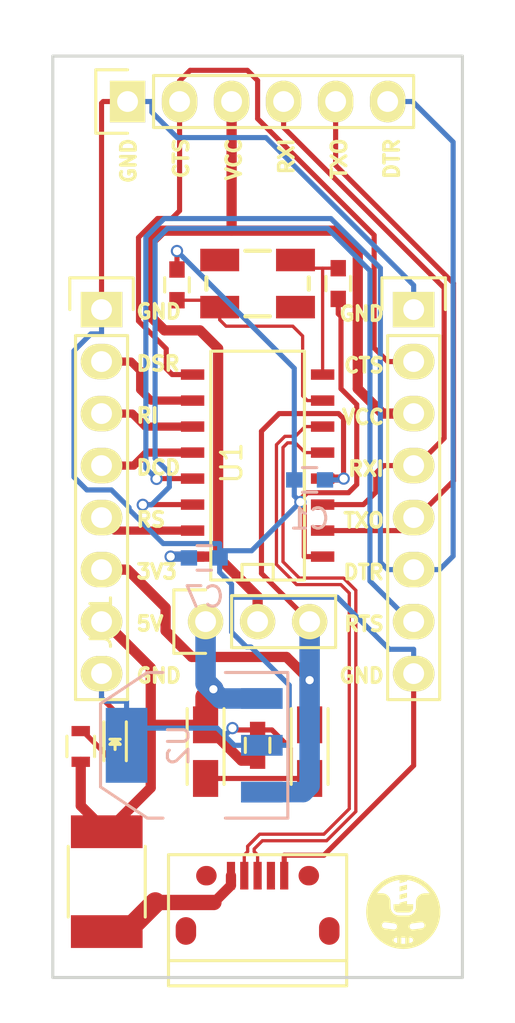
<source format=kicad_pcb>
(kicad_pcb (version 20171130) (host pcbnew "(5.1.12)-1")

  (general
    (thickness 1.6)
    (drawings 26)
    (tracks 309)
    (zones 0)
    (modules 19)
    (nets 20)
  )

  (page A4)
  (layers
    (0 F.Cu signal)
    (31 B.Cu signal)
    (32 B.Adhes user hide)
    (33 F.Adhes user hide)
    (34 B.Paste user hide)
    (35 F.Paste user hide)
    (36 B.SilkS user hide)
    (37 F.SilkS user hide)
    (38 B.Mask user)
    (39 F.Mask user hide)
    (40 Dwgs.User user)
    (41 Cmts.User user)
    (42 Eco1.User user)
    (43 Eco2.User user)
    (44 Edge.Cuts user)
    (45 Margin user)
    (46 B.CrtYd user)
    (47 F.CrtYd user)
    (48 B.Fab user)
    (49 F.Fab user)
  )

  (setup
    (last_trace_width 0.25)
    (user_trace_width 0.16)
    (user_trace_width 0.25)
    (user_trace_width 0.5)
    (user_trace_width 1)
    (trace_clearance 0.2)
    (zone_clearance 0.3)
    (zone_45_only no)
    (trace_min 0.16)
    (via_size 0.6)
    (via_drill 0.4)
    (via_min_size 0.4)
    (via_min_drill 0.3)
    (uvia_size 0.3)
    (uvia_drill 0.1)
    (uvias_allowed no)
    (uvia_min_size 0.2)
    (uvia_min_drill 0.1)
    (edge_width 0.15)
    (segment_width 0.2)
    (pcb_text_width 0.3)
    (pcb_text_size 1.5 1.5)
    (mod_edge_width 0.15)
    (mod_text_size 1 1)
    (mod_text_width 0.15)
    (pad_size 3.6576 2.032)
    (pad_drill 0)
    (pad_to_mask_clearance 0.2)
    (aux_axis_origin 0 0)
    (grid_origin 111.76 83.82)
    (visible_elements 7FFEFF7F)
    (pcbplotparams
      (layerselection 0x010fc_80000001)
      (usegerberextensions true)
      (usegerberattributes true)
      (usegerberadvancedattributes true)
      (creategerberjobfile true)
      (excludeedgelayer true)
      (linewidth 0.100000)
      (plotframeref false)
      (viasonmask false)
      (mode 1)
      (useauxorigin false)
      (hpglpennumber 1)
      (hpglpenspeed 20)
      (hpglpendiameter 15.000000)
      (psnegative false)
      (psa4output false)
      (plotreference true)
      (plotvalue true)
      (plotinvisibletext false)
      (padsonsilk false)
      (subtractmaskfromsilk true)
      (outputformat 1)
      (mirror false)
      (drillshape 0)
      (scaleselection 1)
      (outputdirectory "gerber/"))
  )

  (net 0 "")
  (net 1 GND)
  (net 2 V3)
  (net 3 "Net-(C2-Pad1)")
  (net 4 "Net-(C3-Pad1)")
  (net 5 +5V)
  (net 6 VCC)
  (net 7 CTS)
  (net 8 TXO)
  (net 9 RXI)
  (net 10 DTR)
  (net 11 RTS)
  (net 12 DCD)
  (net 13 RI)
  (net 14 DSR)
  (net 15 RS232)
  (net 16 D-)
  (net 17 D+)
  (net 18 "Net-(F1-Pad1)")
  (net 19 "Net-(D1-Pad2)")

  (net_class Default "This is the default net class."
    (clearance 0.2)
    (trace_width 0.25)
    (via_dia 0.6)
    (via_drill 0.4)
    (uvia_dia 0.3)
    (uvia_drill 0.1)
    (add_net +5V)
    (add_net CTS)
    (add_net DCD)
    (add_net DSR)
    (add_net DTR)
    (add_net GND)
    (add_net "Net-(C2-Pad1)")
    (add_net "Net-(C3-Pad1)")
    (add_net "Net-(D1-Pad2)")
    (add_net "Net-(F1-Pad1)")
    (add_net RI)
    (add_net RS232)
    (add_net RTS)
    (add_net RXI)
    (add_net TXO)
    (add_net V3)
    (add_net VCC)
  )

  (net_class diff ""
    (clearance 0.16)
    (trace_width 0.16)
    (via_dia 0.6)
    (via_drill 0.4)
    (uvia_dia 0.3)
    (uvia_drill 0.1)
    (add_net D+)
    (add_net D-)
  )

  (module Capacitors_SMD:C_0603 (layer B.Cu) (tedit 5415D631) (tstamp 57695C55)
    (at 114.3 84.5185)
    (descr "Capacitor SMD 0603, reflow soldering, AVX (see smccp.pdf)")
    (tags "capacitor 0603")
    (path /5768EAFE)
    (attr smd)
    (fp_text reference C1 (at 0 1.9) (layer B.SilkS)
      (effects (font (size 1 1) (thickness 0.15)) (justify mirror))
    )
    (fp_text value 10n (at 0 -1.9) (layer B.Fab)
      (effects (font (size 1 1) (thickness 0.15)) (justify mirror))
    )
    (fp_line (start 0.35 -0.6) (end -0.35 -0.6) (layer B.SilkS) (width 0.15))
    (fp_line (start -0.35 0.6) (end 0.35 0.6) (layer B.SilkS) (width 0.15))
    (fp_line (start 1.45 0.75) (end 1.45 -0.75) (layer B.CrtYd) (width 0.05))
    (fp_line (start -1.45 0.75) (end -1.45 -0.75) (layer B.CrtYd) (width 0.05))
    (fp_line (start -1.45 -0.75) (end 1.45 -0.75) (layer B.CrtYd) (width 0.05))
    (fp_line (start -1.45 0.75) (end 1.45 0.75) (layer B.CrtYd) (width 0.05))
    (pad 1 smd rect (at -0.75 0) (size 0.8 0.75) (layers B.Cu B.Paste B.Mask)
      (net 1 GND))
    (pad 2 smd rect (at 0.75 0) (size 0.8 0.75) (layers B.Cu B.Paste B.Mask)
      (net 2 V3))
    (model Capacitors_SMD.3dshapes/C_0603.wrl
      (at (xyz 0 0 0))
      (scale (xyz 1 1 1))
      (rotate (xyz 0 0 0))
    )
  )

  (module Capacitors_SMD:C_0603 (layer F.Cu) (tedit 576AA638) (tstamp 57695C5B)
    (at 107.823 74.9935 90)
    (descr "Capacitor SMD 0603, reflow soldering, AVX (see smccp.pdf)")
    (tags "capacitor 0603")
    (path /5768680F)
    (attr smd)
    (fp_text reference C2 (at 0 -1.9 90) (layer F.SilkS) hide
      (effects (font (size 1 1) (thickness 0.15)))
    )
    (fp_text value 22p (at 0 1.9 90) (layer F.Fab)
      (effects (font (size 1 1) (thickness 0.15)))
    )
    (fp_line (start 0.35 0.6) (end -0.35 0.6) (layer F.SilkS) (width 0.15))
    (fp_line (start -0.35 -0.6) (end 0.35 -0.6) (layer F.SilkS) (width 0.15))
    (fp_line (start 1.45 -0.75) (end 1.45 0.75) (layer F.CrtYd) (width 0.05))
    (fp_line (start -1.45 -0.75) (end -1.45 0.75) (layer F.CrtYd) (width 0.05))
    (fp_line (start -1.45 0.75) (end 1.45 0.75) (layer F.CrtYd) (width 0.05))
    (fp_line (start -1.45 -0.75) (end 1.45 -0.75) (layer F.CrtYd) (width 0.05))
    (pad 1 smd rect (at -0.75 0 90) (size 0.8 0.75) (layers F.Cu F.Paste F.Mask)
      (net 3 "Net-(C2-Pad1)"))
    (pad 2 smd rect (at 0.75 0 90) (size 0.8 0.75) (layers F.Cu F.Paste F.Mask)
      (net 1 GND))
    (model Capacitors_SMD.3dshapes/C_0603.wrl
      (at (xyz 0 0 0))
      (scale (xyz 1 1 1))
      (rotate (xyz 0 0 0))
    )
  )

  (module Capacitors_SMD:C_0603 (layer F.Cu) (tedit 576AA63B) (tstamp 57695C61)
    (at 115.697 74.93 270)
    (descr "Capacitor SMD 0603, reflow soldering, AVX (see smccp.pdf)")
    (tags "capacitor 0603")
    (path /576868B6)
    (attr smd)
    (fp_text reference C3 (at 0 -1.9 270) (layer F.SilkS) hide
      (effects (font (size 1 1) (thickness 0.15)))
    )
    (fp_text value 22p (at 0 1.9 270) (layer F.Fab)
      (effects (font (size 1 1) (thickness 0.15)))
    )
    (fp_line (start 0.35 0.6) (end -0.35 0.6) (layer F.SilkS) (width 0.15))
    (fp_line (start -0.35 -0.6) (end 0.35 -0.6) (layer F.SilkS) (width 0.15))
    (fp_line (start 1.45 -0.75) (end 1.45 0.75) (layer F.CrtYd) (width 0.05))
    (fp_line (start -1.45 -0.75) (end -1.45 0.75) (layer F.CrtYd) (width 0.05))
    (fp_line (start -1.45 0.75) (end 1.45 0.75) (layer F.CrtYd) (width 0.05))
    (fp_line (start -1.45 -0.75) (end 1.45 -0.75) (layer F.CrtYd) (width 0.05))
    (pad 1 smd rect (at -0.75 0 270) (size 0.8 0.75) (layers F.Cu F.Paste F.Mask)
      (net 4 "Net-(C3-Pad1)"))
    (pad 2 smd rect (at 0.75 0 270) (size 0.8 0.75) (layers F.Cu F.Paste F.Mask)
      (net 1 GND))
    (model Capacitors_SMD.3dshapes/C_0603.wrl
      (at (xyz 0 0 0))
      (scale (xyz 1 1 1))
      (rotate (xyz 0 0 0))
    )
  )

  (module Capacitors_Tantalum_SMD:TantalC_SizeA_EIA-3216_Reflow (layer F.Cu) (tedit 576AA642) (tstamp 57695C67)
    (at 109.22 97.79 270)
    (descr "Tantal Cap. , Size A, EIA-3216, Reflow")
    (tags "Tantal Capacitor Size-A EIA-3216 reflow")
    (path /57696AA6)
    (attr smd)
    (fp_text reference C4 (at 0 -1.9 270) (layer F.SilkS) hide
      (effects (font (size 1 1) (thickness 0.15)))
    )
    (fp_text value "10u 6V TANT" (at 0 2.54 90) (layer F.Fab)
      (effects (font (size 1 1) (thickness 0.15)))
    )
    (fp_line (start -2.5 -1.2) (end -2.5 1.2) (layer F.CrtYd) (width 0.05))
    (fp_line (start 2.5 -1.2) (end -2.5 -1.2) (layer F.CrtYd) (width 0.05))
    (fp_line (start 2.5 1.2) (end 2.5 -1.2) (layer F.CrtYd) (width 0.05))
    (fp_line (start -2.5 1.2) (end 2.5 1.2) (layer F.CrtYd) (width 0.05))
    (fp_line (start 1.6 -0.9) (end -2.1 -0.9) (layer F.SilkS) (width 0.15))
    (fp_line (start 1.6 0.9) (end -2.1 0.9) (layer F.SilkS) (width 0.15))
    (pad 2 smd rect (at 1.31 0 270) (size 1.8 1.23) (layers F.Cu F.Paste F.Mask)
      (net 1 GND))
    (pad 1 smd rect (at -1.31 0 270) (size 1.8 1.23) (layers F.Cu F.Paste F.Mask)
      (net 5 +5V))
    (model Capacitors_Tantalum_SMD.3dshapes/TantalC_SizeA_EIA-3216_Reflow.wrl
      (at (xyz 0 0 0))
      (scale (xyz 1 1 1))
      (rotate (xyz 0 0 180))
    )
  )

  (module Capacitors_SMD:C_0603 (layer F.Cu) (tedit 576AA63E) (tstamp 57695C6D)
    (at 111.76 97.4802 90)
    (descr "Capacitor SMD 0603, reflow soldering, AVX (see smccp.pdf)")
    (tags "capacitor 0603")
    (path /5769AC86)
    (attr smd)
    (fp_text reference C5 (at 0.655433 0.1524 90) (layer F.SilkS) hide
      (effects (font (size 1 1) (thickness 0.15)))
    )
    (fp_text value 1u (at 0 1.9 90) (layer F.Fab)
      (effects (font (size 1 1) (thickness 0.15)))
    )
    (fp_line (start 0.35 0.6) (end -0.35 0.6) (layer F.SilkS) (width 0.15))
    (fp_line (start -0.35 -0.6) (end 0.35 -0.6) (layer F.SilkS) (width 0.15))
    (fp_line (start 1.45 -0.75) (end 1.45 0.75) (layer F.CrtYd) (width 0.05))
    (fp_line (start -1.45 -0.75) (end -1.45 0.75) (layer F.CrtYd) (width 0.05))
    (fp_line (start -1.45 0.75) (end 1.45 0.75) (layer F.CrtYd) (width 0.05))
    (fp_line (start -1.45 -0.75) (end 1.45 -0.75) (layer F.CrtYd) (width 0.05))
    (pad 1 smd rect (at -0.75 0 90) (size 0.8 0.75) (layers F.Cu F.Paste F.Mask)
      (net 5 +5V))
    (pad 2 smd rect (at 0.75 0 90) (size 0.8 0.75) (layers F.Cu F.Paste F.Mask)
      (net 1 GND))
    (model Capacitors_SMD.3dshapes/C_0603.wrl
      (at (xyz 0 0 0))
      (scale (xyz 1 1 1))
      (rotate (xyz 0 0 0))
    )
  )

  (module Capacitors_Tantalum_SMD:TantalC_SizeA_EIA-3216_Reflow (layer F.Cu) (tedit 576AA640) (tstamp 57695C73)
    (at 114.3 97.79 270)
    (descr "Tantal Cap. , Size A, EIA-3216, Reflow")
    (tags "Tantal Capacitor Size-A EIA-3216 reflow")
    (path /5768B718)
    (attr smd)
    (fp_text reference C6 (at 0 -1.9 270) (layer F.SilkS) hide
      (effects (font (size 1 1) (thickness 0.15)))
    )
    (fp_text value "10u 6V TANT" (at 0 2.1 270) (layer F.Fab)
      (effects (font (size 1 1) (thickness 0.15)))
    )
    (fp_line (start -2.5 -1.2) (end -2.5 1.2) (layer F.CrtYd) (width 0.05))
    (fp_line (start 2.5 -1.2) (end -2.5 -1.2) (layer F.CrtYd) (width 0.05))
    (fp_line (start 2.5 1.2) (end 2.5 -1.2) (layer F.CrtYd) (width 0.05))
    (fp_line (start -2.5 1.2) (end 2.5 1.2) (layer F.CrtYd) (width 0.05))
    (fp_line (start 1.6 -0.9) (end -2.1 -0.9) (layer F.SilkS) (width 0.15))
    (fp_line (start 1.6 0.9) (end -2.1 0.9) (layer F.SilkS) (width 0.15))
    (pad 2 smd rect (at 1.31 0 270) (size 1.8 1.23) (layers F.Cu F.Paste F.Mask)
      (net 1 GND))
    (pad 1 smd rect (at -1.31 0 270) (size 1.8 1.23) (layers F.Cu F.Paste F.Mask)
      (net 2 V3))
    (model Capacitors_Tantalum_SMD.3dshapes/TantalC_SizeA_EIA-3216_Reflow.wrl
      (at (xyz 0 0 0))
      (scale (xyz 1 1 1))
      (rotate (xyz 0 0 180))
    )
  )

  (module Capacitors_SMD:C_0603 (layer B.Cu) (tedit 5415D631) (tstamp 57695C79)
    (at 109.156 88.3285)
    (descr "Capacitor SMD 0603, reflow soldering, AVX (see smccp.pdf)")
    (tags "capacitor 0603")
    (path /5769F371)
    (attr smd)
    (fp_text reference C7 (at 0 1.9) (layer B.SilkS)
      (effects (font (size 1 1) (thickness 0.15)) (justify mirror))
    )
    (fp_text value 100n (at 0 -1.9) (layer B.Fab)
      (effects (font (size 1 1) (thickness 0.15)) (justify mirror))
    )
    (fp_line (start 0.35 -0.6) (end -0.35 -0.6) (layer B.SilkS) (width 0.15))
    (fp_line (start -0.35 0.6) (end 0.35 0.6) (layer B.SilkS) (width 0.15))
    (fp_line (start 1.45 0.75) (end 1.45 -0.75) (layer B.CrtYd) (width 0.05))
    (fp_line (start -1.45 0.75) (end -1.45 -0.75) (layer B.CrtYd) (width 0.05))
    (fp_line (start -1.45 -0.75) (end 1.45 -0.75) (layer B.CrtYd) (width 0.05))
    (fp_line (start -1.45 0.75) (end 1.45 0.75) (layer B.CrtYd) (width 0.05))
    (pad 1 smd rect (at -0.75 0) (size 0.8 0.75) (layers B.Cu B.Paste B.Mask)
      (net 6 VCC))
    (pad 2 smd rect (at 0.75 0) (size 0.8 0.75) (layers B.Cu B.Paste B.Mask)
      (net 1 GND))
    (model Capacitors_SMD.3dshapes/C_0603.wrl
      (at (xyz 0 0 0))
      (scale (xyz 1 1 1))
      (rotate (xyz 0 0 0))
    )
  )

  (module Resistors_SMD:R_1812 (layer F.Cu) (tedit 576AA62D) (tstamp 57695C7F)
    (at 104.394 104.14 90)
    (descr "Resistor SMD 1812, flow soldering, Panasonic (see ERJ12)")
    (tags "resistor 1812")
    (path /5768763B)
    (attr smd)
    (fp_text reference F1 (at 0 -3.175 90) (layer F.SilkS) hide
      (effects (font (size 1 1) (thickness 0.15)))
    )
    (fp_text value 1.5A (at 0 3.175 90) (layer F.Fab)
      (effects (font (size 1 1) (thickness 0.15)))
    )
    (fp_line (start -1.7272 -1.8796) (end 1.7272 -1.8796) (layer F.SilkS) (width 0.15))
    (fp_line (start -1.7272 1.8796) (end 1.7272 1.8796) (layer F.SilkS) (width 0.15))
    (fp_line (start -3.5052 2.2352) (end -3.5052 -2.2352) (layer F.CrtYd) (width 0.05))
    (fp_line (start 3.5052 2.2352) (end -3.5052 2.2352) (layer F.CrtYd) (width 0.05))
    (fp_line (start 3.5052 -2.2352) (end 3.5052 2.2352) (layer F.CrtYd) (width 0.05))
    (fp_line (start -3.5052 -2.2352) (end 3.5052 -2.2352) (layer F.CrtYd) (width 0.05))
    (pad 1 smd rect (at -2.4384 0 90) (size 1.6 3.5) (layers F.Cu F.Paste F.Mask)
      (net 18 "Net-(F1-Pad1)"))
    (pad 2 smd rect (at 2.4384 0 90) (size 1.6 3.5) (layers F.Cu F.Paste F.Mask)
      (net 5 +5V))
  )

  (module Pin_Headers:Pin_Header_Straight_1x03 (layer F.Cu) (tedit 5769768E) (tstamp 57695C86)
    (at 109.22 91.44 90)
    (descr "Through hole pin header")
    (tags "pin header")
    (path /5768D9D9)
    (fp_text reference JP1 (at 0 -5.1 90) (layer F.SilkS)
      (effects (font (size 1 1) (thickness 0.15)))
    )
    (fp_text value JUMPER3 (at 0 -3.1 90) (layer F.Fab)
      (effects (font (size 1 1) (thickness 0.15)))
    )
    (fp_line (start -1.55 -1.55) (end 1.55 -1.55) (layer F.SilkS) (width 0.15))
    (fp_line (start -1.55 0) (end -1.55 -1.55) (layer F.SilkS) (width 0.15))
    (fp_line (start 1.27 1.27) (end -1.27 1.27) (layer F.SilkS) (width 0.15))
    (fp_line (start 1.55 -1.55) (end 1.55 0) (layer F.SilkS) (width 0.15))
    (fp_line (start 1.27 6.35) (end 1.27 1.27) (layer F.SilkS) (width 0.15))
    (fp_line (start -1.27 6.35) (end 1.27 6.35) (layer F.SilkS) (width 0.15))
    (fp_line (start -1.27 1.27) (end -1.27 6.35) (layer F.SilkS) (width 0.15))
    (fp_line (start -1.75 6.85) (end 1.75 6.85) (layer F.CrtYd) (width 0.05))
    (fp_line (start -1.75 -1.75) (end 1.75 -1.75) (layer F.CrtYd) (width 0.05))
    (fp_line (start 1.75 -1.75) (end 1.75 6.85) (layer F.CrtYd) (width 0.05))
    (fp_line (start -1.75 -1.75) (end -1.75 6.85) (layer F.CrtYd) (width 0.05))
    (pad 1 thru_hole oval (at 0 0 90) (size 1.7272 1.7272) (drill 1.016) (layers *.Cu *.Mask F.SilkS)
      (net 5 +5V))
    (pad 2 thru_hole oval (at 0 2.54 90) (size 1.7272 1.7272) (drill 1.016) (layers *.Cu *.Mask F.SilkS)
      (net 6 VCC))
    (pad 3 thru_hole oval (at 0 5.08 90) (size 1.7272 1.7272) (drill 1.016) (layers *.Cu *.Mask F.SilkS)
      (net 2 V3))
    (model Pin_Headers.3dshapes/Pin_Header_Straight_1x03.wrl
      (offset (xyz 0 -2.539999961853027 0))
      (scale (xyz 1 1 1))
      (rotate (xyz 0 0 90))
    )
  )

  (module Pin_Headers:Pin_Header_Straight_1x06 (layer F.Cu) (tedit 576AA62F) (tstamp 57695C90)
    (at 105.41 66.04 90)
    (descr "Through hole pin header")
    (tags "pin header")
    (path /57687273)
    (fp_text reference P1 (at 0 -5.1 90) (layer F.SilkS) hide
      (effects (font (size 1 1) (thickness 0.15)))
    )
    (fp_text value CONN_01X06 (at 0 -3.1 90) (layer F.Fab)
      (effects (font (size 1 1) (thickness 0.15)))
    )
    (fp_line (start -1.55 -1.55) (end 1.55 -1.55) (layer F.SilkS) (width 0.15))
    (fp_line (start -1.55 0) (end -1.55 -1.55) (layer F.SilkS) (width 0.15))
    (fp_line (start 1.27 1.27) (end -1.27 1.27) (layer F.SilkS) (width 0.15))
    (fp_line (start 1.55 -1.55) (end 1.55 0) (layer F.SilkS) (width 0.15))
    (fp_line (start -1.27 13.97) (end -1.27 1.27) (layer F.SilkS) (width 0.15))
    (fp_line (start 1.27 13.97) (end -1.27 13.97) (layer F.SilkS) (width 0.15))
    (fp_line (start 1.27 1.27) (end 1.27 13.97) (layer F.SilkS) (width 0.15))
    (fp_line (start -1.75 14.45) (end 1.75 14.45) (layer F.CrtYd) (width 0.05))
    (fp_line (start -1.75 -1.75) (end 1.75 -1.75) (layer F.CrtYd) (width 0.05))
    (fp_line (start 1.75 -1.75) (end 1.75 14.45) (layer F.CrtYd) (width 0.05))
    (fp_line (start -1.75 -1.75) (end -1.75 14.45) (layer F.CrtYd) (width 0.05))
    (pad 1 thru_hole rect (at 0 0 90) (size 2.032 1.7272) (drill 1.016) (layers *.Cu *.Mask F.SilkS)
      (net 1 GND) (zone_connect 1))
    (pad 2 thru_hole oval (at 0 2.54 90) (size 2.032 1.7272) (drill 1.016) (layers *.Cu *.Mask F.SilkS)
      (net 7 CTS))
    (pad 3 thru_hole oval (at 0 5.08 90) (size 2.032 1.7272) (drill 1.016) (layers *.Cu *.Mask F.SilkS)
      (net 6 VCC))
    (pad 4 thru_hole oval (at 0 7.62 90) (size 2.032 1.7272) (drill 1.016) (layers *.Cu *.Mask F.SilkS)
      (net 9 RXI))
    (pad 5 thru_hole oval (at 0 10.16 90) (size 2.032 1.7272) (drill 1.016) (layers *.Cu *.Mask F.SilkS)
      (net 8 TXO))
    (pad 6 thru_hole oval (at 0 12.7 90) (size 2.032 1.7272) (drill 1.016) (layers *.Cu *.Mask F.SilkS)
      (net 10 DTR))
    (model Pin_Headers.3dshapes/Pin_Header_Straight_1x06.wrl
      (offset (xyz 0 -6.349999904632568 0))
      (scale (xyz 1 1 1))
      (rotate (xyz 0 0 90))
    )
  )

  (module Pin_Headers:Pin_Header_Straight_1x08 (layer F.Cu) (tedit 576AA632) (tstamp 57695C9C)
    (at 119.38 76.2)
    (descr "Through hole pin header")
    (tags "pin header")
    (path /5768986F)
    (fp_text reference P2 (at 0 -5.1) (layer F.SilkS) hide
      (effects (font (size 1 1) (thickness 0.15)))
    )
    (fp_text value CONN_01X08 (at 0 -3.1) (layer F.Fab)
      (effects (font (size 1 1) (thickness 0.15)))
    )
    (fp_line (start -1.55 -1.55) (end 1.55 -1.55) (layer F.SilkS) (width 0.15))
    (fp_line (start -1.55 0) (end -1.55 -1.55) (layer F.SilkS) (width 0.15))
    (fp_line (start 1.27 1.27) (end -1.27 1.27) (layer F.SilkS) (width 0.15))
    (fp_line (start 1.55 -1.55) (end 1.55 0) (layer F.SilkS) (width 0.15))
    (fp_line (start -1.27 19.05) (end -1.27 1.27) (layer F.SilkS) (width 0.15))
    (fp_line (start 1.27 19.05) (end -1.27 19.05) (layer F.SilkS) (width 0.15))
    (fp_line (start 1.27 1.27) (end 1.27 19.05) (layer F.SilkS) (width 0.15))
    (fp_line (start -1.75 19.55) (end 1.75 19.55) (layer F.CrtYd) (width 0.05))
    (fp_line (start -1.75 -1.75) (end 1.75 -1.75) (layer F.CrtYd) (width 0.05))
    (fp_line (start 1.75 -1.75) (end 1.75 19.55) (layer F.CrtYd) (width 0.05))
    (fp_line (start -1.75 -1.75) (end -1.75 19.55) (layer F.CrtYd) (width 0.05))
    (pad 1 thru_hole rect (at 0 0) (size 2.032 1.7272) (drill 1.016) (layers *.Cu *.Mask F.SilkS)
      (net 1 GND) (zone_connect 1))
    (pad 2 thru_hole oval (at 0 2.54) (size 2.032 1.7272) (drill 1.016) (layers *.Cu *.Mask F.SilkS)
      (net 7 CTS))
    (pad 3 thru_hole oval (at 0 5.08) (size 2.032 1.7272) (drill 1.016) (layers *.Cu *.Mask F.SilkS)
      (net 6 VCC))
    (pad 4 thru_hole oval (at 0 7.62) (size 2.032 1.7272) (drill 1.016) (layers *.Cu *.Mask F.SilkS)
      (net 9 RXI))
    (pad 5 thru_hole oval (at 0 10.16) (size 2.032 1.7272) (drill 1.016) (layers *.Cu *.Mask F.SilkS)
      (net 8 TXO))
    (pad 6 thru_hole oval (at 0 12.7) (size 2.032 1.7272) (drill 1.016) (layers *.Cu *.Mask F.SilkS)
      (net 10 DTR))
    (pad 7 thru_hole oval (at 0 15.24) (size 2.032 1.7272) (drill 1.016) (layers *.Cu *.Mask F.SilkS)
      (net 11 RTS))
    (pad 8 thru_hole oval (at 0 17.78) (size 2.032 1.7272) (drill 1.016) (layers *.Cu *.Mask F.SilkS)
      (net 1 GND) (zone_connect 1))
    (model Pin_Headers.3dshapes/Pin_Header_Straight_1x08.wrl
      (offset (xyz 0 -8.889999866485596 0))
      (scale (xyz 1 1 1))
      (rotate (xyz 0 0 90))
    )
  )

  (module Pin_Headers:Pin_Header_Straight_1x08 (layer F.Cu) (tedit 576AA635) (tstamp 57695CA8)
    (at 104.14 76.2)
    (descr "Through hole pin header")
    (tags "pin header")
    (path /57689900)
    (fp_text reference P3 (at 0 -5.1) (layer F.SilkS) hide
      (effects (font (size 1 1) (thickness 0.15)))
    )
    (fp_text value CONN_01X08 (at 0 -3.1) (layer F.Fab)
      (effects (font (size 1 1) (thickness 0.15)))
    )
    (fp_line (start -1.55 -1.55) (end 1.55 -1.55) (layer F.SilkS) (width 0.15))
    (fp_line (start -1.55 0) (end -1.55 -1.55) (layer F.SilkS) (width 0.15))
    (fp_line (start 1.27 1.27) (end -1.27 1.27) (layer F.SilkS) (width 0.15))
    (fp_line (start 1.55 -1.55) (end 1.55 0) (layer F.SilkS) (width 0.15))
    (fp_line (start -1.27 19.05) (end -1.27 1.27) (layer F.SilkS) (width 0.15))
    (fp_line (start 1.27 19.05) (end -1.27 19.05) (layer F.SilkS) (width 0.15))
    (fp_line (start 1.27 1.27) (end 1.27 19.05) (layer F.SilkS) (width 0.15))
    (fp_line (start -1.75 19.55) (end 1.75 19.55) (layer F.CrtYd) (width 0.05))
    (fp_line (start -1.75 -1.75) (end 1.75 -1.75) (layer F.CrtYd) (width 0.05))
    (fp_line (start 1.75 -1.75) (end 1.75 19.55) (layer F.CrtYd) (width 0.05))
    (fp_line (start -1.75 -1.75) (end -1.75 19.55) (layer F.CrtYd) (width 0.05))
    (pad 1 thru_hole rect (at 0 0) (size 2.032 1.7272) (drill 1.016) (layers *.Cu *.Mask F.SilkS)
      (net 1 GND) (zone_connect 1))
    (pad 2 thru_hole oval (at 0 2.54) (size 2.032 1.7272) (drill 1.016) (layers *.Cu *.Mask F.SilkS)
      (net 14 DSR))
    (pad 3 thru_hole oval (at 0 5.08) (size 2.032 1.7272) (drill 1.016) (layers *.Cu *.Mask F.SilkS)
      (net 13 RI))
    (pad 4 thru_hole oval (at 0 7.62) (size 2.032 1.7272) (drill 1.016) (layers *.Cu *.Mask F.SilkS)
      (net 12 DCD))
    (pad 5 thru_hole oval (at 0 10.16) (size 2.032 1.7272) (drill 1.016) (layers *.Cu *.Mask F.SilkS)
      (net 15 RS232))
    (pad 6 thru_hole oval (at 0 12.7) (size 2.032 1.7272) (drill 1.016) (layers *.Cu *.Mask F.SilkS)
      (net 2 V3))
    (pad 7 thru_hole oval (at 0 15.24) (size 2.032 1.7272) (drill 1.016) (layers *.Cu *.Mask F.SilkS)
      (net 5 +5V))
    (pad 8 thru_hole oval (at 0 17.78) (size 2.032 1.7272) (drill 1.016) (layers *.Cu *.Mask F.SilkS)
      (net 1 GND) (zone_connect 1))
    (model Pin_Headers.3dshapes/Pin_Header_Straight_1x08.wrl
      (offset (xyz 0 -8.889999866485596 0))
      (scale (xyz 1 1 1))
      (rotate (xyz 0 0 90))
    )
  )

  (module Connect:USB_Micro-B (layer F.Cu) (tedit 57B32239) (tstamp 57695CB5)
    (at 111.76 105.41)
    (descr "Micro USB Type B Receptacle")
    (tags "USB USB_B USB_micro USB_OTG")
    (path /576865B6)
    (attr smd)
    (fp_text reference P4 (at 0 -3.45) (layer F.SilkS) hide
      (effects (font (size 1 1) (thickness 0.15)))
    )
    (fp_text value MINI-USB (at 0 4.8) (layer F.Fab)
      (effects (font (size 1 1) (thickness 0.15)))
    )
    (fp_line (start -4.3509 3.81746) (end -4.3509 -2.58754) (layer F.SilkS) (width 0.15))
    (fp_line (start 4.3491 2.58746) (end -4.3509 2.58746) (layer F.SilkS) (width 0.15))
    (fp_line (start 4.3491 -2.58754) (end 4.3491 3.81746) (layer F.SilkS) (width 0.15))
    (fp_line (start -4.3509 -2.58754) (end 4.3491 -2.58754) (layer F.SilkS) (width 0.15))
    (fp_line (start -4.3509 3.81746) (end 4.3491 3.81746) (layer F.SilkS) (width 0.15))
    (fp_line (start -4.6 4.05) (end -4.6 -2.8) (layer F.CrtYd) (width 0.05))
    (fp_line (start 4.6 4.05) (end -4.6 4.05) (layer F.CrtYd) (width 0.05))
    (fp_line (start 4.6 -2.8) (end 4.6 4.05) (layer F.CrtYd) (width 0.05))
    (fp_line (start -4.6 -2.8) (end 4.6 -2.8) (layer F.CrtYd) (width 0.05))
    (pad 1 smd rect (at -1.3009 -1.56254 90) (size 1.35 0.4) (layers F.Cu F.Paste F.Mask)
      (net 18 "Net-(F1-Pad1)"))
    (pad 2 smd rect (at -0.6509 -1.56254 90) (size 1.35 0.4) (layers F.Cu F.Paste F.Mask)
      (net 16 D-))
    (pad 3 smd rect (at -0.0009 -1.56254 90) (size 1.35 0.4) (layers F.Cu F.Paste F.Mask)
      (net 17 D+))
    (pad 4 smd rect (at 0.6491 -1.56254 90) (size 1.35 0.4) (layers F.Cu F.Paste F.Mask))
    (pad 5 smd rect (at 1.2991 -1.56254 90) (size 1.35 0.4) (layers F.Cu F.Paste F.Mask)
      (net 1 GND))
    (pad 6 smd oval (at -2.5009 -1.56254 90) (size 0.95 1) (layers F.Cu F.Paste F.Mask))
    (pad 6 smd oval (at 2.4991 -1.56254 90) (size 0.95 1) (layers F.Cu F.Paste F.Mask))
    (pad 6 smd oval (at -3.5009 1.13746 90) (size 1.35 1) (layers F.Cu F.Paste F.Mask))
    (pad 6 smd oval (at 3.4991 1.13746 90) (size 1.35 1) (layers F.Cu F.Paste F.Mask))
  )

  (module SMD_Packages:SO-16-N (layer F.Cu) (tedit 0) (tstamp 57695CC9)
    (at 111.76 83.82 90)
    (descr "Module CMS SOJ 16 pins large")
    (tags "CMS SOJ")
    (path /57696036)
    (attr smd)
    (fp_text reference U1 (at 0.127 -1.27 90) (layer F.SilkS)
      (effects (font (size 1 1) (thickness 0.15)))
    )
    (fp_text value CH340G (at 0 1.27 90) (layer F.Fab)
      (effects (font (size 1 1) (thickness 0.15)))
    )
    (fp_line (start -5.588 -2.286) (end 5.588 -2.286) (layer F.SilkS) (width 0.15))
    (fp_line (start -5.588 2.286) (end -5.588 -2.286) (layer F.SilkS) (width 0.15))
    (fp_line (start 5.588 2.286) (end -5.588 2.286) (layer F.SilkS) (width 0.15))
    (fp_line (start 5.588 -2.286) (end 5.588 2.286) (layer F.SilkS) (width 0.15))
    (fp_line (start -4.826 0.762) (end -5.588 0.762) (layer F.SilkS) (width 0.15))
    (fp_line (start -4.826 -0.762) (end -4.826 0.762) (layer F.SilkS) (width 0.15))
    (fp_line (start -5.588 -0.762) (end -4.826 -0.762) (layer F.SilkS) (width 0.15))
    (pad 16 smd rect (at -4.445 -3.175 90) (size 0.508 1.143) (layers F.Cu F.Paste F.Mask)
      (net 6 VCC))
    (pad 14 smd rect (at -1.905 -3.175 90) (size 0.508 1.143) (layers F.Cu F.Paste F.Mask)
      (net 11 RTS))
    (pad 13 smd rect (at -0.635 -3.175 90) (size 0.508 1.143) (layers F.Cu F.Paste F.Mask)
      (net 10 DTR))
    (pad 12 smd rect (at 0.635 -3.175 90) (size 0.508 1.143) (layers F.Cu F.Paste F.Mask)
      (net 12 DCD))
    (pad 11 smd rect (at 1.905 -3.175 90) (size 0.508 1.143) (layers F.Cu F.Paste F.Mask)
      (net 13 RI))
    (pad 10 smd rect (at 3.175 -3.175 90) (size 0.508 1.143) (layers F.Cu F.Paste F.Mask)
      (net 14 DSR))
    (pad 9 smd rect (at 4.445 -3.175 90) (size 0.508 1.143) (layers F.Cu F.Paste F.Mask)
      (net 7 CTS))
    (pad 8 smd rect (at 4.445 3.175 90) (size 0.508 1.143) (layers F.Cu F.Paste F.Mask)
      (net 4 "Net-(C3-Pad1)"))
    (pad 7 smd rect (at 3.175 3.175 90) (size 0.508 1.143) (layers F.Cu F.Paste F.Mask)
      (net 3 "Net-(C2-Pad1)"))
    (pad 6 smd rect (at 1.905 3.175 90) (size 0.508 1.143) (layers F.Cu F.Paste F.Mask)
      (net 16 D-))
    (pad 5 smd rect (at 0.635 3.175 90) (size 0.508 1.143) (layers F.Cu F.Paste F.Mask)
      (net 17 D+))
    (pad 4 smd rect (at -0.635 3.175 90) (size 0.508 1.143) (layers F.Cu F.Paste F.Mask)
      (net 2 V3))
    (pad 3 smd rect (at -1.905 3.175 90) (size 0.508 1.143) (layers F.Cu F.Paste F.Mask)
      (net 9 RXI))
    (pad 2 smd rect (at -3.175 3.175 90) (size 0.508 1.143) (layers F.Cu F.Paste F.Mask)
      (net 8 TXO))
    (pad 1 smd rect (at -4.445 3.175 90) (size 0.508 1.143) (layers F.Cu F.Paste F.Mask)
      (net 1 GND))
    (pad 15 smd rect (at -3.175 -3.175 90) (size 0.508 1.143) (layers F.Cu F.Paste F.Mask)
      (net 15 RS232))
    (model SMD_Packages.3dshapes/SO-16-N.wrl
      (at (xyz 0 0 0))
      (scale (xyz 0.5 0.4 0.5))
      (rotate (xyz 0 0 0))
    )
  )

  (module TO_SOT_Packages_SMD:SOT-223 (layer B.Cu) (tedit 57FFB94C) (tstamp 57695CD1)
    (at 108.663 97.4802 270)
    (descr "module CMS SOT223 4 pins")
    (tags "CMS SOT")
    (path /576874CA)
    (attr smd)
    (fp_text reference U2 (at 0 0.762 270) (layer B.SilkS)
      (effects (font (size 1 1) (thickness 0.15)) (justify mirror))
    )
    (fp_text value "LDO MIC39100 3.3V" (at 0 -0.762 270) (layer B.Fab)
      (effects (font (size 1 1) (thickness 0.15)) (justify mirror))
    )
    (fp_line (start 3.556 2.286) (end 3.556 1.524) (layer B.SilkS) (width 0.15))
    (fp_line (start 2.032 4.572) (end 3.556 2.286) (layer B.SilkS) (width 0.15))
    (fp_line (start -2.032 4.572) (end 2.032 4.572) (layer B.SilkS) (width 0.15))
    (fp_line (start -3.556 2.286) (end -2.032 4.572) (layer B.SilkS) (width 0.15))
    (fp_line (start -3.556 1.524) (end -3.556 2.286) (layer B.SilkS) (width 0.15))
    (fp_line (start 3.556 -4.572) (end 3.556 -1.524) (layer B.SilkS) (width 0.15))
    (fp_line (start -3.556 -4.572) (end 3.556 -4.572) (layer B.SilkS) (width 0.15))
    (fp_line (start -3.556 -1.524) (end -3.556 -4.572) (layer B.SilkS) (width 0.15))
    (pad 4 smd rect (at 0 3.302 270) (size 3.6576 2.032) (layers B.Cu B.Paste B.Mask)
      (net 1 GND))
    (pad 2 smd rect (at 0 -3.302 270) (size 1.016 2.032) (layers B.Cu B.Paste B.Mask)
      (net 1 GND))
    (pad 3 smd rect (at 2.286 -3.302 270) (size 1.016 2.032) (layers B.Cu B.Paste B.Mask)
      (net 2 V3))
    (pad 1 smd rect (at -2.286 -3.302 270) (size 1.016 2.032) (layers B.Cu B.Paste B.Mask)
      (net 5 +5V))
    (model TO_SOT_Packages_SMD.3dshapes/SOT-223.wrl
      (at (xyz 0 0 0))
      (scale (xyz 0.4 0.4 0.4))
      (rotate (xyz 0 0 0))
    )
  )

  (module footprints:CRYSTAL-SMD-5X3 (layer F.Cu) (tedit 5764285B) (tstamp 57695CD9)
    (at 111.76 74.93)
    (path /57686740)
    (fp_text reference Y1 (at -2.54 -1.905) (layer F.Fab)
      (effects (font (size 0.38608 0.38608) (thickness 0.032512)) (justify left bottom))
    )
    (fp_text value 12Mhz (at -0.8001 0.1524) (layer F.Fab)
      (effects (font (size 0.38608 0.38608) (thickness 0.032512)) (justify left bottom))
    )
    (fp_line (start -2.5 -0.3) (end -2.5 0.3) (layer F.SilkS) (width 0.2032))
    (fp_line (start 0.6 1.6) (end -0.6 1.6) (layer F.SilkS) (width 0.2032))
    (fp_line (start 2.5 -0.3) (end 2.5 0.3) (layer F.SilkS) (width 0.2032))
    (fp_line (start -0.6 -1.6) (end 0.6 -1.6) (layer F.SilkS) (width 0.2032))
    (pad 1 smd rect (at -1.85 1.15) (size 1.9 1.1) (layers F.Cu F.Paste F.Mask)
      (net 3 "Net-(C2-Pad1)"))
    (pad 2 smd rect (at 1.85 -1.15) (size 1.9 1.1) (layers F.Cu F.Paste F.Mask)
      (net 4 "Net-(C3-Pad1)"))
    (pad 4 smd rect (at -1.85 -1.15) (size 1.9 1.1) (layers F.Cu F.Paste F.Mask))
    (pad 3 smd rect (at 1.85 1.15) (size 1.9 1.1) (layers F.Cu F.Paste F.Mask))
  )

  (module footprints:staticboards_logo (layer F.Cu) (tedit 0) (tstamp 576AAB22)
    (at 118.872 105.6132)
    (fp_text reference G*** (at 0 0) (layer F.SilkS) hide
      (effects (font (size 1.524 1.524) (thickness 0.3)))
    )
    (fp_text value LOGO (at 0.75 0) (layer F.SilkS) hide
      (effects (font (size 1.524 1.524) (thickness 0.3)))
    )
    (fp_poly (pts (xy 0.175964 -1.319593) (xy 0.176128 -1.311134) (xy 0.176272 -1.297863) (xy 0.176393 -1.280474)
      (xy 0.176484 -1.259657) (xy 0.176542 -1.236106) (xy 0.176561 -1.211708) (xy 0.176561 -1.100758)
      (xy 0.008518 -1.055183) (xy -0.022821 -1.046684) (xy -0.052507 -1.038637) (xy -0.079975 -1.031194)
      (xy -0.104663 -1.024507) (xy -0.126005 -1.018729) (xy -0.143438 -1.014012) (xy -0.156399 -1.01051)
      (xy -0.164323 -1.008376) (xy -0.166534 -1.007786) (xy -0.173543 -1.005965) (xy -0.171915 -1.228109)
      (xy 0.001548 -1.275274) (xy 0.03316 -1.283868) (xy 0.062941 -1.291961) (xy 0.090362 -1.299409)
      (xy 0.114894 -1.306069) (xy 0.13601 -1.311798) (xy 0.15318 -1.316452) (xy 0.165878 -1.319889)
      (xy 0.173573 -1.321964) (xy 0.175786 -1.32255) (xy 0.175964 -1.319593)) (layer F.SilkS) (width 0.01))
    (fp_poly (pts (xy 0.172582 -0.922631) (xy 0.173744 -0.921253) (xy 0.174656 -0.918196) (xy 0.175348 -0.91286)
      (xy 0.175849 -0.904647) (xy 0.176191 -0.892956) (xy 0.176403 -0.877189) (xy 0.176514 -0.856747)
      (xy 0.176556 -0.83103) (xy 0.176561 -0.814868) (xy 0.176542 -0.786037) (xy 0.176468 -0.762793)
      (xy 0.176307 -0.744526) (xy 0.17603 -0.730627) (xy 0.175606 -0.720488) (xy 0.175005 -0.713499)
      (xy 0.174198 -0.709051) (xy 0.173155 -0.706536) (xy 0.171844 -0.705344) (xy 0.17114 -0.705071)
      (xy 0.163855 -0.703006) (xy 0.151722 -0.69965) (xy 0.135392 -0.695179) (xy 0.115516 -0.689768)
      (xy 0.092748 -0.683593) (xy 0.067737 -0.676828) (xy 0.041137 -0.669649) (xy 0.013599 -0.662231)
      (xy -0.014226 -0.654749) (xy -0.041684 -0.647378) (xy -0.068125 -0.640294) (xy -0.092897 -0.633671)
      (xy -0.115347 -0.627686) (xy -0.134825 -0.622512) (xy -0.150677 -0.618325) (xy -0.162253 -0.615301)
      (xy -0.168901 -0.613615) (xy -0.170258 -0.613318) (xy -0.17122 -0.615864) (xy -0.171962 -0.623627)
      (xy -0.172487 -0.636788) (xy -0.172801 -0.655531) (xy -0.172906 -0.680039) (xy -0.172808 -0.710493)
      (xy -0.172729 -0.722147) (xy -0.171915 -0.830976) (xy -0.003098 -0.87688) (xy 0.028245 -0.885379)
      (xy 0.057888 -0.893374) (xy 0.085277 -0.900716) (xy 0.109856 -0.90726) (xy 0.131071 -0.912858)
      (xy 0.148365 -0.917365) (xy 0.161185 -0.920632) (xy 0.168975 -0.922514) (xy 0.17114 -0.922929)
      (xy 0.172582 -0.922631)) (layer F.SilkS) (width 0.01))
    (fp_poly (pts (xy 0.174444 -0.52672) (xy 0.17533 -0.517793) (xy 0.175976 -0.502849) (xy 0.176383 -0.481834)
      (xy 0.176554 -0.454694) (xy 0.176561 -0.447598) (xy 0.176561 -0.365513) (xy 0.477543 -0.365513)
      (xy 0.476193 -0.265616) (xy 0.475725 -0.234837) (xy 0.475147 -0.209413) (xy 0.474329 -0.188504)
      (xy 0.47314 -0.171271) (xy 0.471453 -0.156873) (xy 0.469136 -0.144471) (xy 0.46606 -0.133225)
      (xy 0.462096 -0.122294) (xy 0.457113 -0.11084) (xy 0.450983 -0.098021) (xy 0.450003 -0.096025)
      (xy 0.442667 -0.081892) (xy 0.435504 -0.07031) (xy 0.427176 -0.059468) (xy 0.416343 -0.047556)
      (xy 0.407496 -0.038553) (xy 0.394078 -0.025528) (xy 0.382925 -0.015864) (xy 0.372245 -0.008243)
      (xy 0.360246 -0.001343) (xy 0.350024 0.003803) (xy 0.341888 0.007784) (xy 0.334565 0.011301)
      (xy 0.327639 0.014382) (xy 0.320691 0.017056) (xy 0.313303 0.019351) (xy 0.305057 0.021297)
      (xy 0.295535 0.02292) (xy 0.28432 0.024251) (xy 0.270992 0.025317) (xy 0.255135 0.026146)
      (xy 0.23633 0.026768) (xy 0.21416 0.027211) (xy 0.188205 0.027503) (xy 0.158049 0.027673)
      (xy 0.123274 0.027749) (xy 0.083461 0.02776) (xy 0.038192 0.027734) (xy -0.000612 0.027707)
      (xy -0.048454 0.027673) (xy -0.090511 0.027627) (xy -0.127196 0.027561) (xy -0.158918 0.027466)
      (xy -0.186089 0.027334) (xy -0.20912 0.027156) (xy -0.228423 0.026925) (xy -0.244407 0.026631)
      (xy -0.257484 0.026265) (xy -0.268065 0.025821) (xy -0.276561 0.025288) (xy -0.283383 0.024658)
      (xy -0.288942 0.023924) (xy -0.293649 0.023075) (xy -0.297915 0.022105) (xy -0.300225 0.021516)
      (xy -0.335586 0.009157) (xy -0.367824 -0.008439) (xy -0.396563 -0.030957) (xy -0.42143 -0.058083)
      (xy -0.442049 -0.089501) (xy -0.449291 -0.103769) (xy -0.454891 -0.11619) (xy -0.459435 -0.127658)
      (xy -0.463031 -0.139009) (xy -0.465789 -0.151078) (xy -0.467817 -0.164702) (xy -0.469225 -0.180716)
      (xy -0.47012 -0.199957) (xy -0.470611 -0.223261) (xy -0.470808 -0.251464) (xy -0.47083 -0.269325)
      (xy -0.47083 -0.365513) (xy -0.173464 -0.365513) (xy -0.173464 -0.400926) (xy -0.17336 -0.416395)
      (xy -0.172942 -0.426748) (xy -0.172053 -0.433061) (xy -0.170535 -0.43641) (xy -0.16823 -0.437872)
      (xy -0.168043 -0.43793) (xy -0.160802 -0.439983) (xy -0.148708 -0.443327) (xy -0.132411 -0.447789)
      (xy -0.112565 -0.453192) (xy -0.08982 -0.459361) (xy -0.064828 -0.466121) (xy -0.038242 -0.473296)
      (xy -0.010713 -0.480713) (xy 0.017107 -0.488195) (xy 0.044566 -0.495567) (xy 0.071013 -0.502653)
      (xy 0.095796 -0.50928) (xy 0.118262 -0.515272) (xy 0.137761 -0.520452) (xy 0.153639 -0.524647)
      (xy 0.165246 -0.527681) (xy 0.17193 -0.529379) (xy 0.173315 -0.529683) (xy 0.174444 -0.52672)) (layer F.SilkS) (width 0.01))
    (fp_poly (pts (xy 0.136972 -1.799376) (xy 0.241793 -1.788539) (xy 0.281937 -1.782768) (xy 0.376294 -1.76533)
      (xy 0.471328 -1.742279) (xy 0.565963 -1.71394) (xy 0.659121 -1.680641) (xy 0.749726 -1.642709)
      (xy 0.763392 -1.636473) (xy 0.812481 -1.612612) (xy 0.864027 -1.585315) (xy 0.916183 -1.555603)
      (xy 0.967098 -1.524492) (xy 0.969536 -1.522944) (xy 1.056762 -1.463873) (xy 1.139939 -1.400234)
      (xy 1.218927 -1.332245) (xy 1.293588 -1.260118) (xy 1.363781 -1.18407) (xy 1.429368 -1.104314)
      (xy 1.490209 -1.021066) (xy 1.546166 -0.93454) (xy 1.597098 -0.844952) (xy 1.642867 -0.752516)
      (xy 1.683334 -0.657447) (xy 1.718358 -0.559959) (xy 1.747802 -0.460268) (xy 1.771525 -0.358589)
      (xy 1.788841 -0.258946) (xy 1.794385 -0.218441) (xy 1.798743 -0.181024) (xy 1.802029 -0.145054)
      (xy 1.804356 -0.108893) (xy 1.805837 -0.070901) (xy 1.806585 -0.029438) (xy 1.806732 0)
      (xy 1.806404 0.048168) (xy 1.805255 0.091841) (xy 1.803172 0.132678) (xy 1.800041 0.172339)
      (xy 1.795751 0.212482) (xy 1.790188 0.254767) (xy 1.788781 0.264531) (xy 1.770578 0.36783)
      (xy 1.74642 0.469702) (xy 1.716426 0.569868) (xy 1.680719 0.668047) (xy 1.639421 0.763957)
      (xy 1.592652 0.85732) (xy 1.540535 0.947854) (xy 1.483191 1.035278) (xy 1.420743 1.119312)
      (xy 1.415397 1.126047) (xy 1.355892 1.196662) (xy 1.29173 1.26537) (xy 1.224014 1.331098)
      (xy 1.153849 1.392774) (xy 1.082803 1.448981) (xy 0.996691 1.50952) (xy 0.907595 1.564725)
      (xy 0.815772 1.614519) (xy 0.721478 1.658823) (xy 0.624971 1.697561) (xy 0.526507 1.730655)
      (xy 0.426344 1.758029) (xy 0.324739 1.779604) (xy 0.221949 1.795304) (xy 0.118231 1.805052)
      (xy 0.013842 1.80877) (xy -0.090962 1.80638) (xy -0.103769 1.805667) (xy -0.210002 1.796316)
      (xy -0.314683 1.780983) (xy -0.417683 1.759715) (xy -0.518875 1.732557) (xy -0.618134 1.699558)
      (xy -0.71533 1.660764) (xy -0.810338 1.616221) (xy -0.90303 1.565976) (xy -0.9114 1.560791)
      (xy -0.10222 1.560791) (xy -0.089055 1.562561) (xy -0.076791 1.563726) (xy -0.060085 1.564624)
      (xy -0.040092 1.565258) (xy -0.017968 1.56563) (xy 0.00513 1.565743) (xy 0.028045 1.565597)
      (xy 0.049623 1.565195) (xy 0.068706 1.56454) (xy 0.084139 1.563634) (xy 0.094764 1.562478)
      (xy 0.096189 1.562221) (xy 0.105375 1.560384) (xy 0.10523 1.532804) (xy 0.29117 1.532804)
      (xy 0.324469 1.524026) (xy 0.339928 1.519841) (xy 0.354932 1.51559) (xy 0.367398 1.511874)
      (xy 0.373256 1.509993) (xy 0.395396 1.501273) (xy 0.416993 1.490581) (xy 0.436069 1.47898)
      (xy 0.4484 1.469574) (xy 0.465068 1.451189) (xy 0.476676 1.430243) (xy 0.483365 1.40754)
      (xy 0.485275 1.383887) (xy 0.482546 1.360089) (xy 0.475318 1.336951) (xy 0.463731 1.315281)
      (xy 0.447925 1.295884) (xy 0.428041 1.279565) (xy 0.413949 1.271457) (xy 0.39733 1.264347)
      (xy 0.379959 1.259384) (xy 0.360342 1.256295) (xy 0.336989 1.254809) (xy 0.321372 1.254574)
      (xy 0.29117 1.254512) (xy 0.29117 1.532804) (xy 0.10523 1.532804) (xy 0.104571 1.408222)
      (xy 0.103768 1.256061) (xy 0.000774 1.255244) (xy -0.10222 1.254428) (xy -0.10222 1.560791)
      (xy -0.9114 1.560791) (xy -0.99328 1.510075) (xy -1.080959 1.448566) (xy -1.085696 1.445028)
      (xy -1.165501 1.381412) (xy -1.172156 1.375437) (xy -0.482504 1.375437) (xy -0.48233 1.399022)
      (xy -0.477388 1.422023) (xy -0.467486 1.443698) (xy -0.452434 1.463302) (xy -0.446874 1.468678)
      (xy -0.429946 1.481912) (xy -0.409853 1.493554) (xy -0.386124 1.50408) (xy -0.374837 1.508212)
      (xy -0.360635 1.512899) (xy -0.344972 1.517723) (xy -0.329302 1.522261) (xy -0.315076 1.526095)
      (xy -0.30375 1.528804) (xy -0.296775 1.529967) (xy -0.296592 1.529976) (xy -0.295302 1.52972)
      (xy -0.294233 1.528487) (xy -0.293366 1.525744) (xy -0.292679 1.520961) (xy -0.292152 1.513609)
      (xy -0.291763 1.503156) (xy -0.291493 1.489072) (xy -0.291319 1.470825) (xy -0.291221 1.447887)
      (xy -0.291179 1.419726) (xy -0.291171 1.39192) (xy -0.291171 1.253645) (xy -0.333763 1.255343)
      (xy -0.355013 1.256493) (xy -0.371402 1.258139) (xy -0.384257 1.260456) (xy -0.394113 1.263335)
      (xy -0.418536 1.274799) (xy -0.439337 1.290143) (xy -0.456326 1.308622) (xy -0.469311 1.329494)
      (xy -0.4781 1.352013) (xy -0.482504 1.375437) (xy -1.172156 1.375437) (xy -1.241786 1.312925)
      (xy -1.314275 1.239935) (xy -1.382691 1.162811) (xy -1.446755 1.081921) (xy -1.506192 0.997635)
      (xy -1.560723 0.910322) (xy -1.610071 0.820349) (xy -1.65396 0.728086) (xy -1.682397 0.658443)
      (xy -1.044014 0.658443) (xy -1.042719 0.68234) (xy -1.038487 0.703669) (xy -1.037508 0.706764)
      (xy -1.025477 0.733411) (xy -1.008648 0.757314) (xy -0.987854 0.777722) (xy -0.963929 0.793883)
      (xy -0.937706 0.805047) (xy -0.924824 0.808354) (xy -0.91997 0.809118) (xy -0.909575 0.810594)
      (xy -0.894243 0.812702) (xy -0.874577 0.815362) (xy -0.851181 0.818497) (xy -0.824659 0.822026)
      (xy -0.795613 0.825872) (xy -0.764649 0.829955) (xy -0.732369 0.834195) (xy -0.699376 0.838515)
      (xy -0.666276 0.842835) (xy -0.63367 0.847076) (xy -0.602163 0.851158) (xy -0.572359 0.855004)
      (xy -0.54486 0.858534) (xy -0.520271 0.861669) (xy -0.499196 0.86433) (xy -0.482237 0.866438)
      (xy -0.469998 0.867914) (xy -0.467732 0.868177) (xy -0.4498 0.868591) (xy -0.429102 0.866439)
      (xy -0.408878 0.86214) (xy -0.382233 0.851718) (xy -0.35804 0.835936) (xy -0.336901 0.815347)
      (xy -0.319419 0.790502) (xy -0.309856 0.771292) (xy -0.30406 0.752025) (xy -0.301031 0.729432)
      (xy -0.300913 0.713539) (xy 0.3005 0.713539) (xy 0.302935 0.744066) (xy 0.310346 0.771263)
      (xy 0.323037 0.795867) (xy 0.341311 0.818613) (xy 0.3454 0.822747) (xy 0.368144 0.841233)
      (xy 0.393593 0.85514) (xy 0.420548 0.863944) (xy 0.447014 0.867113) (xy 0.452464 0.866755)
      (xy 0.46354 0.865657) (xy 0.479723 0.863879) (xy 0.500498 0.861484) (xy 0.525345 0.858534)
      (xy 0.553749 0.855092) (xy 0.585191 0.851219) (xy 0.619155 0.846977) (xy 0.655122 0.842429)
      (xy 0.691721 0.837746) (xy 0.741166 0.831331) (xy 0.78552 0.825465) (xy 0.824644 0.82017)
      (xy 0.858398 0.815464) (xy 0.88664 0.81137) (xy 0.909231 0.807906) (xy 0.926029 0.805093)
      (xy 0.936896 0.802951) (xy 0.940446 0.802017) (xy 0.967789 0.789939) (xy 0.992023 0.772749)
      (xy 1.012587 0.750982) (xy 1.028918 0.725174) (xy 1.034884 0.712017) (xy 1.040362 0.692765)
      (xy 1.043214 0.670211) (xy 1.043361 0.6467) (xy 1.040723 0.624578) (xy 1.038188 0.614282)
      (xy 1.026795 0.586788) (xy 1.010619 0.562355) (xy 0.990385 0.541531) (xy 0.966816 0.524864)
      (xy 0.940636 0.512901) (xy 0.91257 0.506189) (xy 0.89357 0.504902) (xy 0.888611 0.505291)
      (xy 0.878109 0.506407) (xy 0.862667 0.508175) (xy 0.842884 0.510518) (xy 0.819361 0.51336)
      (xy 0.792699 0.516625) (xy 0.7635 0.520238) (xy 0.732362 0.524121) (xy 0.699888 0.528198)
      (xy 0.666679 0.532395) (xy 0.633334 0.536634) (xy 0.600454 0.54084) (xy 0.568642 0.544936)
      (xy 0.538496 0.548847) (xy 0.510618 0.552496) (xy 0.485609 0.555807) (xy 0.46407 0.558704)
      (xy 0.446601 0.561111) (xy 0.433803 0.562953) (xy 0.427802 0.563888) (xy 0.398364 0.571742)
      (xy 0.371868 0.584673) (xy 0.348804 0.602103) (xy 0.329664 0.623455) (xy 0.31494 0.648151)
      (xy 0.305123 0.675614) (xy 0.300704 0.705266) (xy 0.3005 0.713539) (xy -0.300913 0.713539)
      (xy -0.300854 0.705774) (xy -0.303615 0.68331) (xy -0.306153 0.673136) (xy -0.317873 0.644711)
      (xy -0.334499 0.619651) (xy -0.355495 0.598511) (xy -0.380323 0.581846) (xy -0.404232 0.571551)
      (xy -0.410252 0.570184) (xy -0.421823 0.568163) (xy -0.438346 0.565565) (xy -0.459221 0.562467)
      (xy -0.483848 0.558947) (xy -0.511627 0.555082) (xy -0.541957 0.55095) (xy -0.574239 0.546627)
      (xy -0.607873 0.542192) (xy -0.642259 0.537722) (xy -0.676796 0.533293) (xy -0.710885 0.528984)
      (xy -0.743926 0.524871) (xy -0.775319 0.521032) (xy -0.804464 0.517544) (xy -0.83076 0.514485)
      (xy -0.853608 0.511933) (xy -0.872408 0.509963) (xy -0.886559 0.508654) (xy -0.895463 0.508084)
      (xy -0.896698 0.508065) (xy -0.925429 0.511128) (xy -0.952752 0.519781) (xy -0.977899 0.533454)
      (xy -1.000101 0.551575) (xy -1.018589 0.573573) (xy -1.032593 0.598876) (xy -1.037761 0.612869)
      (xy -1.042363 0.634459) (xy -1.044014 0.658443) (xy -1.682397 0.658443) (xy -1.688808 0.642743)
      (xy -1.722975 0.543411) (xy -1.751241 0.442615) (xy -1.773603 0.340646) (xy -1.79006 0.237792)
      (xy -1.80061 0.134343) (xy -1.805251 0.030587) (xy -1.803982 -0.073185) (xy -1.7968 -0.176686)
      (xy -1.783704 -0.279626) (xy -1.764692 -0.381715) (xy -1.739762 -0.482664) (xy -1.708912 -0.582185)
      (xy -1.696828 -0.61632) (xy -1.657798 -0.714101) (xy -1.613228 -0.809237) (xy -1.563282 -0.901501)
      (xy -1.560476 -0.906037) (xy -1.282224 -0.906037) (xy -1.135948 -0.904348) (xy -1.100875 -0.903916)
      (xy -1.071392 -0.903483) (xy -1.046892 -0.903024) (xy -1.026771 -0.902512) (xy -1.010423 -0.901922)
      (xy -0.997241 -0.901228) (xy -0.98662 -0.900405) (xy -0.977956 -0.899427) (xy -0.970641 -0.898269)
      (xy -0.964981 -0.897112) (xy -0.9174 -0.884362) (xy -0.874404 -0.868328) (xy -0.835038 -0.848502)
      (xy -0.79835 -0.824376) (xy -0.763387 -0.795446) (xy -0.750149 -0.782884) (xy -0.715354 -0.744553)
      (xy -0.685982 -0.703233) (xy -0.662001 -0.658872) (xy -0.643383 -0.611414) (xy -0.631708 -0.568403)
      (xy -0.630249 -0.561512) (xy -0.629001 -0.554728) (xy -0.627939 -0.547491) (xy -0.62704 -0.539242)
      (xy -0.626278 -0.52942) (xy -0.62563 -0.517465) (xy -0.625072 -0.502819) (xy -0.624578 -0.48492)
      (xy -0.624125 -0.463209) (xy -0.623688 -0.437126) (xy -0.623244 -0.406112) (xy -0.622767 -0.369605)
      (xy -0.622637 -0.359318) (xy -0.622147 -0.321277) (xy -0.621694 -0.288874) (xy -0.621255 -0.26155)
      (xy -0.620805 -0.238748) (xy -0.620321 -0.219909) (xy -0.619778 -0.204477) (xy -0.619153 -0.191893)
      (xy -0.618421 -0.181599) (xy -0.617559 -0.173039) (xy -0.616543 -0.165653) (xy -0.615349 -0.158885)
      (xy -0.613953 -0.152177) (xy -0.613699 -0.151026) (xy -0.599661 -0.101446) (xy -0.580382 -0.0548)
      (xy -0.556204 -0.011388) (xy -0.527471 0.028488) (xy -0.494526 0.064527) (xy -0.457711 0.096426)
      (xy -0.41737 0.123885) (xy -0.373846 0.146602) (xy -0.327482 0.164275) (xy -0.278621 0.176603)
      (xy -0.233891 0.182785) (xy -0.226186 0.183174) (xy -0.212854 0.183525) (xy -0.194464 0.183835)
      (xy -0.171584 0.184099) (xy -0.144783 0.184313) (xy -0.11463 0.184474) (xy -0.081693 0.184578)
      (xy -0.046539 0.184621) (xy -0.009739 0.184598) (xy 0.020134 0.184532) (xy 0.063661 0.184392)
      (xy 0.101468 0.184239) (xy 0.134027 0.184061) (xy 0.161813 0.183847) (xy 0.185299 0.183585)
      (xy 0.20496 0.183263) (xy 0.22127 0.182871) (xy 0.234703 0.182396) (xy 0.245732 0.181827)
      (xy 0.254831 0.181153) (xy 0.262475 0.180361) (xy 0.269137 0.179441) (xy 0.275291 0.178381)
      (xy 0.275682 0.178307) (xy 0.325672 0.165849) (xy 0.37288 0.148074) (xy 0.416999 0.125318)
      (xy 0.457723 0.097919) (xy 0.494743 0.066215) (xy 0.527753 0.030544) (xy 0.556445 -0.008757)
      (xy 0.580511 -0.051349) (xy 0.599645 -0.096895) (xy 0.613538 -0.145058) (xy 0.621883 -0.195498)
      (xy 0.622607 -0.202891) (xy 0.623249 -0.213224) (xy 0.623847 -0.228923) (xy 0.624386 -0.249159)
      (xy 0.624851 -0.273101) (xy 0.625229 -0.299922) (xy 0.625503 -0.32879) (xy 0.625661 -0.358878)
      (xy 0.625693 -0.377903) (xy 0.625747 -0.415393) (xy 0.625924 -0.447369) (xy 0.62628 -0.474508)
      (xy 0.626872 -0.497491) (xy 0.627757 -0.516998) (xy 0.62899 -0.533707) (xy 0.630628 -0.548298)
      (xy 0.632727 -0.561451) (xy 0.635343 -0.573845) (xy 0.638534 -0.58616) (xy 0.642355 -0.599075)
      (xy 0.644642 -0.606356) (xy 0.662728 -0.653168) (xy 0.686072 -0.697112) (xy 0.714261 -0.7378)
      (xy 0.746884 -0.774844) (xy 0.783531 -0.807857) (xy 0.823789 -0.83645) (xy 0.867248 -0.860236)
      (xy 0.913496 -0.878828) (xy 0.94281 -0.887429) (xy 0.956614 -0.890708) (xy 0.970393 -0.893448)
      (xy 0.984848 -0.895694) (xy 1.000679 -0.897491) (xy 1.018587 -0.898885) (xy 1.039273 -0.899921)
      (xy 1.063436 -0.900644) (xy 1.091779 -0.9011) (xy 1.125 -0.901333) (xy 1.158669 -0.901391)
      (xy 1.286096 -0.901391) (xy 1.280371 -0.910421) (xy 1.276474 -0.916033) (xy 1.269599 -0.925405)
      (xy 1.260583 -0.937416) (xy 1.250264 -0.950945) (xy 1.245561 -0.957044) (xy 1.182893 -1.033081)
      (xy 1.116063 -1.104681) (xy 1.045308 -1.171707) (xy 0.970862 -1.234017) (xy 0.892962 -1.291474)
      (xy 0.811845 -1.343939) (xy 0.727745 -1.391273) (xy 0.6409 -1.433336) (xy 0.551544 -1.46999)
      (xy 0.459914 -1.501096) (xy 0.366247 -1.526515) (xy 0.270777 -1.546108) (xy 0.235414 -1.551798)
      (xy 0.21927 -1.554115) (xy 0.204675 -1.556045) (xy 0.193059 -1.557411) (xy 0.185853 -1.558034)
      (xy 0.185079 -1.558053) (xy 0.176561 -1.558074) (xy 0.176561 -1.52883) (xy 0.176322 -1.516016)
      (xy 0.175683 -1.505718) (xy 0.174755 -1.49938) (xy 0.174162 -1.498103) (xy 0.170806 -1.49704)
      (xy 0.162014 -1.494513) (xy 0.148333 -1.490674) (xy 0.130308 -1.485674) (xy 0.108484 -1.479662)
      (xy 0.083408 -1.472789) (xy 0.055626 -1.465206) (xy 0.025683 -1.457063) (xy 0.00457 -1.451338)
      (xy -0.026631 -1.442885) (xy -0.056131 -1.434887) (xy -0.08337 -1.427496) (xy -0.10779 -1.420864)
      (xy -0.128831 -1.415143) (xy -0.145936 -1.410485) (xy -0.158545 -1.407041) (xy -0.1661 -1.404965)
      (xy -0.168043 -1.404417) (xy -0.169714 -1.404266) (xy -0.171002 -1.405408) (xy -0.171958 -1.408537)
      (xy -0.172629 -1.414343) (xy -0.173066 -1.423518) (xy -0.173318 -1.436755) (xy -0.173434 -1.454745)
      (xy -0.173464 -1.47818) (xy -0.173464 -1.558074) (xy -0.182777 -1.558074) (xy -0.193326 -1.557419)
      (xy -0.20888 -1.555579) (xy -0.228405 -1.552737) (xy -0.250864 -1.549078) (xy -0.275223 -1.544785)
      (xy -0.300444 -1.540043) (xy -0.325493 -1.535037) (xy -0.349333 -1.529951) (xy -0.370929 -1.524968)
      (xy -0.376354 -1.523636) (xy -0.471433 -1.496777) (xy -0.564103 -1.46426) (xy -0.65417 -1.426213)
      (xy -0.741443 -1.382764) (xy -0.825727 -1.334039) (xy -0.906832 -1.280167) (xy -0.984563 -1.221275)
      (xy -1.058728 -1.15749) (xy -1.129134 -1.08894) (xy -1.195589 -1.015752) (xy -1.254004 -0.943208)
      (xy -1.282224 -0.906037) (xy -1.560476 -0.906037) (xy -1.508122 -0.990667) (xy -1.447914 -1.076506)
      (xy -1.38282 -1.158792) (xy -1.313005 -1.237298) (xy -1.238631 -1.311797) (xy -1.159863 -1.382061)
      (xy -1.123129 -1.412158) (xy -1.039338 -1.475082) (xy -0.952459 -1.532719) (xy -0.862735 -1.585007)
      (xy -0.770412 -1.631879) (xy -0.675736 -1.673272) (xy -0.578951 -1.70912) (xy -0.480303 -1.739359)
      (xy -0.380037 -1.763924) (xy -0.278399 -1.78275) (xy -0.175634 -1.795773) (xy -0.071987 -1.802929)
      (xy 0.032297 -1.804151) (xy 0.136972 -1.799376)) (layer F.SilkS) (width 0.01))
  )

  (module Resistors_SMD:R_0603 (layer F.Cu) (tedit 576ABD16) (tstamp 576ABCEA)
    (at 103.124 97.536 270)
    (descr "Resistor SMD 0603, reflow soldering, Vishay (see dcrcw.pdf)")
    (tags "resistor 0603")
    (path /576AC308)
    (attr smd)
    (fp_text reference R1 (at 0 -1.9 270) (layer F.SilkS) hide
      (effects (font (size 1 1) (thickness 0.15)))
    )
    (fp_text value 1K (at 0 1.9 270) (layer F.Fab)
      (effects (font (size 1 1) (thickness 0.15)))
    )
    (fp_line (start -0.5 -0.675) (end 0.5 -0.675) (layer F.SilkS) (width 0.15))
    (fp_line (start 0.5 0.675) (end -0.5 0.675) (layer F.SilkS) (width 0.15))
    (fp_line (start 1.3 -0.8) (end 1.3 0.8) (layer F.CrtYd) (width 0.05))
    (fp_line (start -1.3 -0.8) (end -1.3 0.8) (layer F.CrtYd) (width 0.05))
    (fp_line (start -1.3 0.8) (end 1.3 0.8) (layer F.CrtYd) (width 0.05))
    (fp_line (start -1.3 -0.8) (end 1.3 -0.8) (layer F.CrtYd) (width 0.05))
    (pad 1 smd rect (at -0.75 0 270) (size 0.5 0.9) (layers F.Cu F.Paste F.Mask)
      (net 19 "Net-(D1-Pad2)"))
    (pad 2 smd rect (at 0.75 0 270) (size 0.5 0.9) (layers F.Cu F.Paste F.Mask)
      (net 5 +5V))
    (model Resistors_SMD.3dshapes/R_0603.wrl
      (at (xyz 0 0 0))
      (scale (xyz 1 1 1))
      (rotate (xyz 0 0 0))
    )
  )

  (module LEDs:LED_0603 (layer F.Cu) (tedit 576AC10F) (tstamp 576AC19A)
    (at 104.8 97.4344 270)
    (descr "LED 0603 smd package")
    (tags "LED led 0603 SMD smd SMT smt smdled SMDLED smtled SMTLED")
    (path /576ABDC7)
    (attr smd)
    (fp_text reference D1 (at 0 -1.5 270) (layer F.SilkS) hide
      (effects (font (size 1 1) (thickness 0.15)))
    )
    (fp_text value BLUE (at 0 1.5 270) (layer F.Fab)
      (effects (font (size 1 1) (thickness 0.15)))
    )
    (fp_line (start -1.4 -0.75) (end 1.4 -0.75) (layer F.CrtYd) (width 0.05))
    (fp_line (start -1.4 0.75) (end -1.4 -0.75) (layer F.CrtYd) (width 0.05))
    (fp_line (start 1.4 0.75) (end -1.4 0.75) (layer F.CrtYd) (width 0.05))
    (fp_line (start 1.4 -0.75) (end 1.4 0.75) (layer F.CrtYd) (width 0.05))
    (fp_line (start 0 0.25) (end -0.25 0) (layer F.SilkS) (width 0.15))
    (fp_line (start 0 -0.25) (end 0 0.25) (layer F.SilkS) (width 0.15))
    (fp_line (start -0.25 0) (end 0 -0.25) (layer F.SilkS) (width 0.15))
    (fp_line (start -0.25 -0.25) (end -0.25 0.25) (layer F.SilkS) (width 0.15))
    (fp_line (start -0.2 0) (end 0.25 0) (layer F.SilkS) (width 0.15))
    (fp_line (start -1.1 -0.55) (end 0.8 -0.55) (layer F.SilkS) (width 0.15))
    (fp_line (start -1.1 0.55) (end 0.8 0.55) (layer F.SilkS) (width 0.15))
    (pad 2 smd rect (at 0.7493 0 90) (size 0.79756 0.79756) (layers F.Cu F.Paste F.Mask)
      (net 19 "Net-(D1-Pad2)"))
    (pad 1 smd rect (at -0.7493 0 90) (size 0.79756 0.79756) (layers F.Cu F.Paste F.Mask)
      (net 1 GND))
    (model LEDs.3dshapes/LED_0603.wrl
      (at (xyz 0 0 0))
      (scale (xyz 1 1 1))
      (rotate (xyz 0 0 180))
    )
  )

  (gr_text GND (at 116.84 94.081595) (layer F.SilkS)
    (effects (font (size 0.7 0.7) (thickness 0.175)))
  )
  (gr_text RTS (at 116.956667 91.55611) (layer F.SilkS)
    (effects (font (size 0.7 0.7) (thickness 0.175)))
  )
  (gr_text DTR (at 116.94 89.030625) (layer F.SilkS)
    (effects (font (size 0.7 0.7) (thickness 0.175)))
  )
  (gr_text TXO (at 116.94 86.50514) (layer F.SilkS)
    (effects (font (size 0.7 0.7) (thickness 0.175)))
  )
  (gr_text RXI (at 117.056667 83.979655) (layer F.SilkS)
    (effects (font (size 0.7 0.7) (thickness 0.175)))
  )
  (gr_text VCC (at 116.906667 81.45417) (layer F.SilkS)
    (effects (font (size 0.7 0.7) (thickness 0.175)))
  )
  (gr_text CTS (at 116.956667 78.928685) (layer F.SilkS)
    (effects (font (size 0.7 0.7) (thickness 0.175)))
  )
  (gr_text GND (at 116.84 76.4032) (layer F.SilkS)
    (effects (font (size 0.7 0.7) (thickness 0.175)))
  )
  (gr_text GND (at 106.934 94.081593) (layer F.SilkS)
    (effects (font (size 0.7 0.7) (thickness 0.175)))
  )
  (gr_text 5V (at 106.500667 91.541594) (layer F.SilkS)
    (effects (font (size 0.7 0.7) (thickness 0.175)))
  )
  (gr_text 3V3 (at 106.834001 89.001595) (layer F.SilkS)
    (effects (font (size 0.7 0.7) (thickness 0.175)))
  )
  (gr_text RS (at 106.550667 86.461596) (layer F.SilkS)
    (effects (font (size 0.7 0.7) (thickness 0.175)))
  )
  (gr_text DCD (at 106.917334 83.921597) (layer F.SilkS)
    (effects (font (size 0.7 0.7) (thickness 0.175)))
  )
  (gr_text RI (at 106.384 81.381598) (layer F.SilkS)
    (effects (font (size 0.7 0.7) (thickness 0.175)))
  )
  (gr_text DSR (at 106.900667 78.841599) (layer F.SilkS)
    (effects (font (size 0.7 0.7) (thickness 0.175)))
  )
  (gr_text GND (at 106.934 76.3016) (layer F.SilkS)
    (effects (font (size 0.7 0.7) (thickness 0.175)))
  )
  (gr_text DTR (at 118.3132 68.834 90) (layer F.SilkS)
    (effects (font (size 0.7 0.7) (thickness 0.175)))
  )
  (gr_text TXO (at 115.74272 68.834 90) (layer F.SilkS)
    (effects (font (size 0.7 0.7) (thickness 0.175)))
  )
  (gr_text RXI (at 113.17224 68.717333 90) (layer F.SilkS)
    (effects (font (size 0.7 0.7) (thickness 0.175)))
  )
  (gr_text VCC (at 110.60176 68.867333 90) (layer F.SilkS)
    (effects (font (size 0.7 0.7) (thickness 0.175)))
  )
  (gr_text CTS (at 108.03128 68.817333 90) (layer F.SilkS)
    (effects (font (size 0.7 0.7) (thickness 0.175)))
  )
  (gr_text GND (at 105.4608 68.934 90) (layer F.SilkS)
    (effects (font (size 0.7 0.7) (thickness 0.175)))
  )
  (gr_line (start 101.76 108.82) (end 101.76 63.82) (layer Edge.Cuts) (width 0.15))
  (gr_line (start 121.76 108.82) (end 101.76 108.82) (layer Edge.Cuts) (width 0.15))
  (gr_line (start 121.76 63.82) (end 121.76 108.82) (layer Edge.Cuts) (width 0.15))
  (gr_line (start 101.76 63.82) (end 121.76 63.82) (layer Edge.Cuts) (width 0.15))

  (segment (start 107.823 73.5184) (end 107.823 73.3421) (width 0.25) (layer F.Cu) (net 1))
  (segment (start 113.55 84.5185) (end 113.55 79.0691) (width 0.25) (layer B.Cu) (net 1))
  (segment (start 113.55 79.0691) (end 107.823 73.3421) (width 0.25) (layer B.Cu) (net 1))
  (segment (start 107.823 74.2435) (end 107.823 73.5184) (width 0.25) (layer F.Cu) (net 1))
  (segment (start 115.697 75.68) (end 115.697 76.4051) (width 0.25) (layer F.Cu) (net 1))
  (segment (start 115.697 76.4051) (end 115.8317 76.5398) (width 0.25) (layer F.Cu) (net 1))
  (segment (start 115.8317 76.5398) (end 115.8317 80.0671) (width 0.25) (layer F.Cu) (net 1))
  (segment (start 115.8317 80.0671) (end 116.6008 80.8362) (width 0.25) (layer F.Cu) (net 1))
  (segment (start 116.6008 80.8362) (end 116.6008 84.7441) (width 0.25) (layer F.Cu) (net 1))
  (segment (start 116.6008 84.7441) (end 116.1991 85.1458) (width 0.25) (layer F.Cu) (net 1))
  (segment (start 116.1991 85.1458) (end 114.1694 85.1458) (width 0.25) (layer F.Cu) (net 1))
  (segment (start 114.1694 85.1458) (end 113.8472 85.468) (width 0.25) (layer F.Cu) (net 1))
  (segment (start 113.8472 85.468) (end 113.8472 85.5992) (width 0.25) (layer F.Cu) (net 1))
  (segment (start 110.1584 97.0146) (end 110.6239 97.4802) (width 0.25) (layer B.Cu) (net 1))
  (segment (start 105.361 96.6412) (end 109.7849 96.6412) (width 0.25) (layer B.Cu) (net 1))
  (segment (start 109.7849 96.6412) (end 110.1584 97.0146) (width 0.25) (layer B.Cu) (net 1))
  (segment (start 110.1584 97.0146) (end 110.5321 96.6409) (width 0.25) (layer B.Cu) (net 1))
  (segment (start 111.76 96.7302) (end 110.6214 96.7302) (width 0.25) (layer F.Cu) (net 1))
  (segment (start 110.6214 96.7302) (end 110.5321 96.6409) (width 0.25) (layer F.Cu) (net 1))
  (segment (start 112.1101 96.7302) (end 111.76 96.7302) (width 0.25) (layer F.Cu) (net 1))
  (segment (start 112.1101 96.7302) (end 112.4601 96.7302) (width 0.25) (layer F.Cu) (net 1))
  (segment (start 109.906 87.9784) (end 111.468 87.9784) (width 0.25) (layer B.Cu) (net 1))
  (segment (start 111.468 87.9784) (end 113.8472 85.5992) (width 0.25) (layer B.Cu) (net 1))
  (segment (start 109.906 87.9784) (end 109.906 87.6284) (width 0.25) (layer B.Cu) (net 1))
  (segment (start 109.906 88.3285) (end 109.906 87.9784) (width 0.25) (layer B.Cu) (net 1))
  (segment (start 109.22 99.1) (end 113.3599 99.1) (width 0.25) (layer F.Cu) (net 1))
  (segment (start 113.3599 99.1) (end 113.3599 97.63) (width 0.25) (layer F.Cu) (net 1))
  (segment (start 113.3599 97.63) (end 112.4601 96.7302) (width 0.25) (layer F.Cu) (net 1))
  (segment (start 114.3 99.1) (end 113.3599 99.1) (width 0.25) (layer F.Cu) (net 1))
  (segment (start 104.14 76.2) (end 104.14 77.3887) (width 0.25) (layer B.Cu) (net 1))
  (segment (start 104.14 77.3887) (end 103.6199 77.3887) (width 0.25) (layer B.Cu) (net 1))
  (segment (start 103.6199 77.3887) (end 102.7942 78.2144) (width 0.25) (layer B.Cu) (net 1))
  (segment (start 102.7942 78.2144) (end 102.7942 84.3812) (width 0.25) (layer B.Cu) (net 1))
  (segment (start 102.7942 84.3812) (end 103.4218 85.0088) (width 0.25) (layer B.Cu) (net 1))
  (segment (start 103.4218 85.0088) (end 104.6232 85.0088) (width 0.25) (layer B.Cu) (net 1))
  (segment (start 104.6232 85.0088) (end 105.4836 85.8692) (width 0.25) (layer B.Cu) (net 1))
  (segment (start 105.4836 85.8692) (end 105.4836 85.9612) (width 0.25) (layer B.Cu) (net 1))
  (segment (start 105.4836 85.9612) (end 107.1508 87.6284) (width 0.25) (layer B.Cu) (net 1))
  (segment (start 107.1508 87.6284) (end 109.906 87.6284) (width 0.25) (layer B.Cu) (net 1))
  (segment (start 105.41 66.04) (end 106.5987 66.04) (width 0.25) (layer B.Cu) (net 1))
  (segment (start 119.38 76.2) (end 119.38 75.0113) (width 0.25) (layer B.Cu) (net 1))
  (segment (start 119.38 75.0113) (end 112.1696 67.8009) (width 0.25) (layer B.Cu) (net 1))
  (segment (start 112.1696 67.8009) (end 107.8395 67.8009) (width 0.25) (layer B.Cu) (net 1))
  (segment (start 107.8395 67.8009) (end 106.5987 66.5601) (width 0.25) (layer B.Cu) (net 1))
  (segment (start 106.5987 66.5601) (end 106.5987 66.04) (width 0.25) (layer B.Cu) (net 1))
  (segment (start 119.38 93.98) (end 119.38 92.7913) (width 0.25) (layer B.Cu) (net 1))
  (segment (start 110.49 90.2512) (end 110.49 89.6126) (width 0.25) (layer B.Cu) (net 1))
  (segment (start 110.49 89.6126) (end 109.906 89.0286) (width 0.25) (layer B.Cu) (net 1))
  (segment (start 113.3061 97.4802) (end 113.3061 94.5483) (width 0.25) (layer B.Cu) (net 1))
  (segment (start 113.3061 94.5483) (end 111.4357 92.6779) (width 0.25) (layer B.Cu) (net 1))
  (segment (start 111.4357 92.6779) (end 111.2196 92.6779) (width 0.25) (layer B.Cu) (net 1))
  (segment (start 111.2196 92.6779) (end 110.49 91.9483) (width 0.25) (layer B.Cu) (net 1))
  (segment (start 110.49 91.9483) (end 110.49 90.2512) (width 0.25) (layer B.Cu) (net 1))
  (segment (start 119.38 92.7913) (end 118.1913 92.7913) (width 0.25) (layer B.Cu) (net 1))
  (segment (start 118.1913 92.7913) (end 115.6512 90.2512) (width 0.25) (layer B.Cu) (net 1))
  (segment (start 115.6512 90.2512) (end 110.49 90.2512) (width 0.25) (layer B.Cu) (net 1))
  (segment (start 105.41 66.04) (end 104.2213 66.04) (width 0.25) (layer F.Cu) (net 1))
  (segment (start 104.14 76.2) (end 104.14 66.1213) (width 0.25) (layer F.Cu) (net 1))
  (segment (start 104.14 66.1213) (end 104.2213 66.04) (width 0.25) (layer F.Cu) (net 1))
  (segment (start 111.965 97.4802) (end 110.6239 97.4802) (width 0.25) (layer B.Cu) (net 1))
  (segment (start 105.361 96.6412) (end 105.361 95.3263) (width 0.25) (layer B.Cu) (net 1))
  (segment (start 105.361 97.4802) (end 105.361 96.6412) (width 0.25) (layer B.Cu) (net 1))
  (segment (start 113.0591 103.8475) (end 113.0591 102.8474) (width 0.25) (layer F.Cu) (net 1))
  (segment (start 113.0591 102.8474) (end 115 102.8474) (width 0.25) (layer F.Cu) (net 1))
  (segment (start 115 102.8474) (end 119.38 98.4674) (width 0.25) (layer F.Cu) (net 1))
  (segment (start 119.38 98.4674) (end 119.38 93.98) (width 0.25) (layer F.Cu) (net 1))
  (segment (start 114.0384 88.265) (end 114.0384 85.7904) (width 0.25) (layer F.Cu) (net 1))
  (segment (start 114.0384 85.7904) (end 113.8472 85.5992) (width 0.25) (layer F.Cu) (net 1))
  (segment (start 113.55 84.5185) (end 113.55 85.302) (width 0.25) (layer B.Cu) (net 1))
  (segment (start 113.55 85.302) (end 113.8472 85.5992) (width 0.25) (layer B.Cu) (net 1))
  (segment (start 114.935 88.265) (end 114.0384 88.265) (width 0.25) (layer F.Cu) (net 1))
  (segment (start 104.14 93.98) (end 104.14 95.1687) (width 0.25) (layer B.Cu) (net 1))
  (segment (start 105.361 95.3263) (end 104.2976 95.3263) (width 0.25) (layer B.Cu) (net 1))
  (segment (start 104.2976 95.3263) (end 104.14 95.1687) (width 0.25) (layer B.Cu) (net 1))
  (segment (start 109.906 88.3285) (end 109.906 89.0286) (width 0.25) (layer B.Cu) (net 1))
  (segment (start 111.965 97.4802) (end 113.3061 97.4802) (width 0.25) (layer B.Cu) (net 1))
  (segment (start 104.14 93.98) (end 104.14 95.1687) (width 0.25) (layer F.Cu) (net 1))
  (segment (start 104.8 96.6851) (end 104.8 95.8287) (width 0.25) (layer F.Cu) (net 1))
  (segment (start 104.8 95.8287) (end 104.14 95.1687) (width 0.25) (layer F.Cu) (net 1))
  (via (at 107.823 73.3421) (size 0.6) (layers F.Cu B.Cu) (net 1))
  (via (at 110.5321 96.6409) (size 0.6) (layers F.Cu B.Cu) (net 1))
  (via (at 113.8472 85.5992) (size 0.6) (layers F.Cu B.Cu) (net 1))
  (segment (start 114.3 93.456) (end 114.3 91.44) (width 1) (layer B.Cu) (net 2))
  (segment (start 114.3 94.2975) (end 114.3 93.456) (width 1) (layer B.Cu) (net 2))
  (segment (start 111.965 99.7662) (end 113.981 99.7662) (width 1) (layer B.Cu) (net 2))
  (segment (start 113.981 99.7662) (end 114.3 99.4469) (width 1) (layer B.Cu) (net 2))
  (segment (start 114.3 99.4469) (end 114.3 94.2975) (width 1) (layer B.Cu) (net 2))
  (segment (start 114.3 91.44) (end 114.3 91.2876) (width 1) (layer B.Cu) (net 2))
  (segment (start 114.3 91.44) (end 114.3 91.5924) (width 1) (layer F.Cu) (net 2))
  (segment (start 116.078 84.455) (end 115.963 84.455) (width 0.25) (layer F.Cu) (net 2))
  (segment (start 114.935 84.455) (end 115.963 84.455) (width 0.4) (layer F.Cu) (net 2))
  (segment (start 115.05 84.5185) (end 115.899 84.5185) (width 0.25) (layer B.Cu) (net 2))
  (segment (start 115.899 84.5185) (end 115.963 84.455) (width 0.25) (layer B.Cu) (net 2))
  (segment (start 114.3 96.48) (end 114.3 94.2975) (width 1) (layer F.Cu) (net 2))
  (segment (start 114.3 94.2975) (end 114.3 93.456) (width 1) (layer B.Cu) (net 2))
  (segment (start 114.3 91.44) (end 111.948 89.0878) (width 0.25) (layer F.Cu) (net 2))
  (segment (start 111.948 89.0878) (end 111.948 82.1413) (width 0.25) (layer F.Cu) (net 2))
  (segment (start 111.948 82.1413) (end 112.809 81.28) (width 0.25) (layer F.Cu) (net 2))
  (segment (start 112.809 81.28) (end 115.711 81.28) (width 0.25) (layer F.Cu) (net 2))
  (segment (start 115.711 81.28) (end 115.956 81.5253) (width 0.25) (layer F.Cu) (net 2))
  (segment (start 115.956 81.5253) (end 115.956 84.4479) (width 0.25) (layer F.Cu) (net 2))
  (segment (start 115.956 84.4479) (end 115.963 84.455) (width 0.25) (layer F.Cu) (net 2))
  (segment (start 104.14 88.9) (end 105.41 88.9) (width 0.5) (layer F.Cu) (net 2))
  (segment (start 105.41 88.9) (end 107.267 90.7571) (width 0.5) (layer F.Cu) (net 2))
  (segment (start 107.267 90.7571) (end 107.267 91.89) (width 0.5) (layer F.Cu) (net 2))
  (segment (start 107.267 91.89) (end 108.542 93.1654) (width 0.5) (layer F.Cu) (net 2))
  (segment (start 108.542 93.1654) (end 113.168 93.1654) (width 0.5) (layer F.Cu) (net 2))
  (segment (start 113.168 93.1654) (end 114.3 94.2975) (width 0.5) (layer F.Cu) (net 2))
  (via (at 115.963 84.455) (size 0.6) (layers F.Cu B.Cu) (net 2))
  (via (at 114.3 94.2975) (size 0.6) (layers F.Cu B.Cu) (net 2))
  (segment (start 107.823 75.7435) (end 109.574 75.7435) (width 0.16) (layer F.Cu) (net 3))
  (segment (start 109.574 75.7435) (end 109.91 76.08) (width 0.16) (layer F.Cu) (net 3))
  (segment (start 114.935 80.645) (end 114.19 80.645) (width 0.16) (layer F.Cu) (net 3))
  (segment (start 114.19 80.645) (end 113.959 80.4137) (width 0.16) (layer F.Cu) (net 3))
  (segment (start 113.959 80.4137) (end 113.959 77.4924) (width 0.16) (layer F.Cu) (net 3))
  (segment (start 113.959 77.4924) (end 113.478 77.0119) (width 0.16) (layer F.Cu) (net 3))
  (segment (start 113.478 77.0119) (end 110.22 77.0119) (width 0.16) (layer F.Cu) (net 3))
  (segment (start 110.22 77.0119) (end 109.91 76.7021) (width 0.16) (layer F.Cu) (net 3))
  (segment (start 109.91 76.7021) (end 109.91 76.08) (width 0.16) (layer F.Cu) (net 3))
  (segment (start 114.935 74.18) (end 114.01 74.18) (width 0.16) (layer F.Cu) (net 4))
  (segment (start 114.01 74.18) (end 113.61 73.78) (width 0.16) (layer F.Cu) (net 4))
  (segment (start 115.697 74.18) (end 114.935 74.18) (width 0.16) (layer F.Cu) (net 4))
  (segment (start 114.935 79.375) (end 114.935 74.18) (width 0.16) (layer F.Cu) (net 4))
  (segment (start 104.292 91.44) (end 106.542 93.6896) (width 0.5) (layer F.Cu) (net 5))
  (segment (start 106.542 93.6896) (end 106.542 96.52) (width 0.5) (layer F.Cu) (net 5))
  (segment (start 104.762 91.44) (end 104.292 91.44) (width 0.5) (layer F.Cu) (net 5))
  (segment (start 104.14 91.44) (end 104.292 91.44) (width 0.25) (layer F.Cu) (net 5))
  (segment (start 105.468 100.6278) (end 105.4678 100.6278) (width 0.25) (layer F.Cu) (net 5))
  (segment (start 105.4678 100.6278) (end 104.394 101.7016) (width 0.25) (layer F.Cu) (net 5))
  (segment (start 105.468 100.6278) (end 104.394 101.702) (width 0.5) (layer F.Cu) (net 5))
  (segment (start 104.394 101.702) (end 103.124 100.432) (width 0.5) (layer F.Cu) (net 5))
  (segment (start 103.124 100.432) (end 103.124 98.286) (width 0.5) (layer F.Cu) (net 5))
  (segment (start 106.542 96.52) (end 106.542 99.5536) (width 0.5) (layer F.Cu) (net 5))
  (segment (start 106.542 99.5536) (end 105.468 100.6278) (width 0.5) (layer F.Cu) (net 5))
  (segment (start 109.22 94.4656) (end 109.949 95.1942) (width 1) (layer B.Cu) (net 5))
  (segment (start 109.949 95.1942) (end 111.965 95.1942) (width 1) (layer B.Cu) (net 5))
  (segment (start 109.22 91.44) (end 109.22 94.4656) (width 1) (layer B.Cu) (net 5))
  (segment (start 111.76 98.2302) (end 110.97 98.2302) (width 0.5) (layer F.Cu) (net 5))
  (segment (start 110.97 98.2302) (end 109.22 96.48) (width 0.5) (layer F.Cu) (net 5))
  (segment (start 109.22 96.48) (end 109.22 95.123) (width 1) (layer F.Cu) (net 5))
  (segment (start 109.22 95.123) (end 109.601 94.742) (width 1) (layer F.Cu) (net 5))
  (segment (start 109.601 94.742) (end 109.301 94.442) (width 1) (layer B.Cu) (net 5))
  (segment (start 109.301 94.442) (end 109.244 94.442) (width 1) (layer B.Cu) (net 5))
  (segment (start 109.244 94.442) (end 109.22 94.4656) (width 1) (layer B.Cu) (net 5))
  (segment (start 109.22 96.48) (end 106.582 96.48) (width 0.5) (layer F.Cu) (net 5))
  (segment (start 106.582 96.48) (end 106.542 96.52) (width 0.5) (layer F.Cu) (net 5))
  (via (at 109.601 94.742) (size 0.6) (layers F.Cu B.Cu) (net 5))
  (segment (start 110.49 72.3468) (end 107.119 72.3468) (width 0.5) (layer F.Cu) (net 6))
  (segment (start 107.119 72.3468) (end 106.52 72.9454) (width 0.5) (layer F.Cu) (net 6))
  (segment (start 106.52 72.9454) (end 106.52 76.5233) (width 0.5) (layer F.Cu) (net 6))
  (segment (start 106.52 76.5233) (end 107.213 77.216) (width 0.5) (layer F.Cu) (net 6))
  (segment (start 107.213 77.216) (end 108.945 77.216) (width 0.5) (layer F.Cu) (net 6))
  (segment (start 108.945 77.216) (end 109.833 78.104) (width 0.5) (layer F.Cu) (net 6))
  (segment (start 109.833 78.104) (end 109.833 88.2388) (width 0.5) (layer F.Cu) (net 6))
  (segment (start 109.833 88.2388) (end 109.806 88.265) (width 0.5) (layer F.Cu) (net 6))
  (segment (start 119.228 81.28) (end 117.864 81.28) (width 0.5) (layer F.Cu) (net 6))
  (segment (start 117.864 81.28) (end 116.65 80.0664) (width 0.5) (layer F.Cu) (net 6))
  (segment (start 116.65 80.0664) (end 116.65 73.3002) (width 0.5) (layer F.Cu) (net 6))
  (segment (start 116.65 73.3002) (end 115.697 72.3468) (width 0.5) (layer F.Cu) (net 6))
  (segment (start 115.697 72.3468) (end 110.49 72.3468) (width 0.5) (layer F.Cu) (net 6))
  (segment (start 109.806 88.265) (end 108.585 88.265) (width 0.5) (layer F.Cu) (net 6))
  (segment (start 111.76 91.44) (end 111.76 90.2187) (width 0.5) (layer F.Cu) (net 6))
  (segment (start 111.76 90.2187) (end 109.806 88.265) (width 0.5) (layer F.Cu) (net 6))
  (segment (start 119.38 81.28) (end 119.228 81.28) (width 0.5) (layer F.Cu) (net 6))
  (segment (start 119.38 81.28) (end 119.228 81.28) (width 0.16) (layer F.Cu) (net 6))
  (segment (start 108.585 88.265) (end 107.514 88.265) (width 0.5) (layer F.Cu) (net 6))
  (segment (start 107.514 88.265) (end 108.343 88.265) (width 0.5) (layer B.Cu) (net 6))
  (segment (start 108.343 88.265) (end 108.406 88.3285) (width 0.5) (layer B.Cu) (net 6))
  (segment (start 110.49 66.04) (end 110.49 72.3468) (width 0.5) (layer F.Cu) (net 6))
  (via (at 107.514 88.265) (size 0.6) (layers F.Cu B.Cu) (net 6))
  (segment (start 119.532 78.74) (end 119.38 78.74) (width 0.25) (layer F.Cu) (net 7))
  (segment (start 120.035 78.74) (end 119.532 78.74) (width 0.25) (layer F.Cu) (net 7))
  (segment (start 107.95 66.04) (end 107.95 71.374) (width 0.25) (layer F.Cu) (net 7))
  (segment (start 107.95 71.374) (end 107.572 71.7516) (width 0.25) (layer F.Cu) (net 7))
  (segment (start 107.572 71.7516) (end 106.874 71.7516) (width 0.25) (layer F.Cu) (net 7))
  (segment (start 106.874 71.7516) (end 105.945 72.6805) (width 0.25) (layer F.Cu) (net 7))
  (segment (start 105.945 72.6805) (end 105.945 76.7615) (width 0.25) (layer F.Cu) (net 7))
  (segment (start 105.945 76.7615) (end 107.298 78.1148) (width 0.25) (layer F.Cu) (net 7))
  (segment (start 107.298 78.1148) (end 107.298 79.0851) (width 0.25) (layer F.Cu) (net 7))
  (segment (start 107.298 79.0851) (end 107.588 79.375) (width 0.25) (layer F.Cu) (net 7))
  (segment (start 107.588 79.375) (end 108.585 79.375) (width 0.25) (layer F.Cu) (net 7))
  (segment (start 119.532 78.74) (end 119.38 78.74) (width 0.25) (layer F.Cu) (net 7))
  (segment (start 119.38 78.74) (end 118.114 78.74) (width 0.25) (layer F.Cu) (net 7))
  (segment (start 118.114 78.74) (end 117.45 78.0756) (width 0.25) (layer F.Cu) (net 7))
  (segment (start 117.45 78.0756) (end 117.45 72.5674) (width 0.25) (layer F.Cu) (net 7))
  (segment (start 117.45 72.5674) (end 111.76 66.8778) (width 0.25) (layer F.Cu) (net 7))
  (segment (start 111.76 66.8778) (end 111.76 65.016) (width 0.25) (layer F.Cu) (net 7))
  (segment (start 111.76 65.016) (end 111.26 64.516) (width 0.25) (layer F.Cu) (net 7))
  (segment (start 111.26 64.516) (end 108.466 64.516) (width 0.25) (layer F.Cu) (net 7))
  (segment (start 108.466 64.516) (end 107.95 65.0319) (width 0.25) (layer F.Cu) (net 7))
  (segment (start 107.95 65.0319) (end 107.95 66.04) (width 0.25) (layer F.Cu) (net 7))
  (segment (start 119.38 86.36) (end 119.532 86.36) (width 0.25) (layer F.Cu) (net 8))
  (segment (start 119.532 86.36) (end 121.325 84.5673) (width 0.25) (layer F.Cu) (net 8))
  (segment (start 121.325 84.5673) (end 121.325 74.9141) (width 0.25) (layer F.Cu) (net 8))
  (segment (start 121.325 74.9141) (end 115.57 69.159) (width 0.25) (layer F.Cu) (net 8))
  (segment (start 115.57 69.159) (end 115.57 66.04) (width 0.25) (layer F.Cu) (net 8))
  (segment (start 114.935 86.995) (end 118.745 86.995) (width 0.25) (layer F.Cu) (net 8))
  (segment (start 118.745 86.995) (end 119.38 86.36) (width 0.25) (layer F.Cu) (net 8))
  (segment (start 119.228 83.82) (end 119.38 83.82) (width 0.25) (layer F.Cu) (net 9))
  (segment (start 114.935 85.725) (end 116.929 85.725) (width 0.25) (layer F.Cu) (net 9))
  (segment (start 116.929 85.725) (end 117.527 85.1268) (width 0.25) (layer F.Cu) (net 9))
  (segment (start 117.527 85.1268) (end 117.527 84.2) (width 0.25) (layer F.Cu) (net 9))
  (segment (start 117.527 84.2) (end 117.907 83.82) (width 0.25) (layer F.Cu) (net 9))
  (segment (start 117.907 83.82) (end 119.228 83.82) (width 0.25) (layer F.Cu) (net 9))
  (segment (start 119.38 83.82) (end 119.228 83.82) (width 0.25) (layer B.Cu) (net 9))
  (segment (start 119.38 83.82) (end 119.532 83.82) (width 0.25) (layer B.Cu) (net 9))
  (segment (start 119.38 83.82) (end 119.228 83.82) (width 0.25) (layer F.Cu) (net 9))
  (segment (start 113.03 66.04) (end 113.03 67.306) (width 0.25) (layer F.Cu) (net 9))
  (segment (start 113.03 67.306) (end 120.868 75.1442) (width 0.25) (layer F.Cu) (net 9))
  (segment (start 120.868 75.1442) (end 120.868 82.4842) (width 0.25) (layer F.Cu) (net 9))
  (segment (start 120.868 82.4842) (end 119.532 83.82) (width 0.25) (layer F.Cu) (net 9))
  (segment (start 119.532 83.82) (end 119.38 83.82) (width 0.25) (layer F.Cu) (net 9))
  (segment (start 119.38 83.8273) (end 119.38 83.82) (width 0.25) (layer F.Cu) (net 9))
  (segment (start 119.532 88.9) (end 120.646 88.9) (width 0.25) (layer B.Cu) (net 10))
  (segment (start 120.646 88.9) (end 121.307 88.2389) (width 0.25) (layer B.Cu) (net 10))
  (segment (start 121.307 88.2389) (end 121.307 68.0179) (width 0.25) (layer B.Cu) (net 10))
  (segment (start 121.307 68.0179) (end 119.329 66.04) (width 0.25) (layer B.Cu) (net 10))
  (segment (start 119.329 66.04) (end 118.11 66.04) (width 0.25) (layer B.Cu) (net 10))
  (segment (start 119.38 88.9) (end 119.532 88.9) (width 0.25) (layer B.Cu) (net 10))
  (segment (start 119.228 88.9) (end 119.38 88.9) (width 0.25) (layer B.Cu) (net 10))
  (segment (start 119.38 88.9) (end 119.228 88.9) (width 0.25) (layer B.Cu) (net 10))
  (segment (start 119.38 88.9) (end 119.532 88.9) (width 0.25) (layer B.Cu) (net 10))
  (segment (start 108.585 84.455) (end 106.839 84.455) (width 0.25) (layer F.Cu) (net 10))
  (segment (start 106.839 84.455) (end 106.825 84.4685) (width 0.25) (layer F.Cu) (net 10))
  (segment (start 106.825 84.4685) (end 106.304 83.9477) (width 0.25) (layer B.Cu) (net 10))
  (segment (start 106.304 83.9477) (end 106.304 72.6528) (width 0.25) (layer B.Cu) (net 10))
  (segment (start 106.304 72.6528) (end 107.2 71.7566) (width 0.25) (layer B.Cu) (net 10))
  (segment (start 107.2 71.7566) (end 115.339 71.7566) (width 0.25) (layer B.Cu) (net 10))
  (segment (start 115.339 71.7566) (end 117.754 74.1719) (width 0.25) (layer B.Cu) (net 10))
  (segment (start 117.754 74.1719) (end 117.754 88.5404) (width 0.25) (layer B.Cu) (net 10))
  (segment (start 117.754 88.5404) (end 118.114 88.9) (width 0.25) (layer B.Cu) (net 10))
  (segment (start 118.114 88.9) (end 119.228 88.9) (width 0.25) (layer B.Cu) (net 10))
  (via (at 106.825 84.4685) (size 0.6) (layers F.Cu B.Cu) (net 10))
  (segment (start 108.585 85.725) (end 106.166 85.725) (width 0.25) (layer F.Cu) (net 11))
  (segment (start 106.166 85.725) (end 106.153 85.7371) (width 0.25) (layer F.Cu) (net 11))
  (segment (start 119.38 91.44) (end 119.228 91.44) (width 0.25) (layer B.Cu) (net 11))
  (segment (start 119.228 91.44) (end 117.246 89.4588) (width 0.25) (layer B.Cu) (net 11))
  (segment (start 117.246 89.4588) (end 117.246 74.3003) (width 0.25) (layer B.Cu) (net 11))
  (segment (start 117.246 74.3003) (end 115.184 72.2376) (width 0.25) (layer B.Cu) (net 11))
  (segment (start 115.184 72.2376) (end 107.356 72.2376) (width 0.25) (layer B.Cu) (net 11))
  (segment (start 107.356 72.2376) (end 106.754 72.8392) (width 0.25) (layer B.Cu) (net 11))
  (segment (start 106.754 72.8392) (end 106.754 83.4728) (width 0.25) (layer B.Cu) (net 11))
  (segment (start 106.754 83.4728) (end 107.45 84.1685) (width 0.25) (layer B.Cu) (net 11))
  (segment (start 107.45 84.1685) (end 107.45 84.8647) (width 0.25) (layer B.Cu) (net 11))
  (segment (start 107.45 84.8647) (end 106.578 85.7371) (width 0.25) (layer B.Cu) (net 11))
  (segment (start 106.578 85.7371) (end 106.153 85.7371) (width 0.25) (layer B.Cu) (net 11))
  (via (at 106.153 85.7371) (size 0.6) (layers F.Cu B.Cu) (net 11))
  (segment (start 108.585 83.185) (end 106.344 83.185) (width 0.4) (layer F.Cu) (net 12))
  (segment (start 106.344 83.185) (end 105.709 83.82) (width 0.4) (layer F.Cu) (net 12))
  (segment (start 105.709 83.82) (end 104.14 83.82) (width 0.4) (layer F.Cu) (net 12))
  (segment (start 108.585 81.915) (end 106.28 81.915) (width 0.4) (layer F.Cu) (net 13))
  (segment (start 106.28 81.915) (end 105.645 81.28) (width 0.4) (layer F.Cu) (net 13))
  (segment (start 105.645 81.28) (end 104.14 81.28) (width 0.4) (layer F.Cu) (net 13))
  (segment (start 108.585 80.645) (end 106.553 80.645) (width 0.4) (layer F.Cu) (net 14))
  (segment (start 106.553 80.645) (end 106.025 80.1174) (width 0.4) (layer F.Cu) (net 14))
  (segment (start 106.025 80.1174) (end 106.025 79.1845) (width 0.4) (layer F.Cu) (net 14))
  (segment (start 106.025 79.1845) (end 105.581 78.74) (width 0.4) (layer F.Cu) (net 14))
  (segment (start 105.581 78.74) (end 104.14 78.74) (width 0.4) (layer F.Cu) (net 14))
  (segment (start 108.585 86.995) (end 104.775 86.995) (width 0.4) (layer F.Cu) (net 15))
  (segment (start 104.775 86.995) (end 104.14 86.36) (width 0.4) (layer F.Cu) (net 15))
  (segment (start 111.109 103.341) (end 111.1091 103.3411) (width 0.16) (layer F.Cu) (net 16))
  (segment (start 111.1091 103.3411) (end 111.1091 103.8475) (width 0.16) (layer F.Cu) (net 16))
  (segment (start 111.109 103.341) (end 111.109 103.847) (width 0.16) (layer F.Cu) (net 16))
  (segment (start 114.935 81.915) (end 114.078 81.915) (width 0.16) (layer F.Cu) (net 16))
  (segment (start 114.078 81.915) (end 113.603 82.39) (width 0.16) (layer F.Cu) (net 16))
  (segment (start 113.603 82.39) (end 113.091 82.39) (width 0.16) (layer F.Cu) (net 16))
  (segment (start 113.091 82.39) (end 112.68 82.8012) (width 0.16) (layer F.Cu) (net 16))
  (segment (start 112.68 82.8012) (end 112.68 88.6488) (width 0.16) (layer F.Cu) (net 16))
  (segment (start 112.68 88.6488) (end 113.662 89.6315) (width 0.16) (layer F.Cu) (net 16))
  (segment (start 113.662 89.6315) (end 115.821 89.6315) (width 0.16) (layer F.Cu) (net 16))
  (segment (start 115.821 89.6315) (end 116.236 90.0458) (width 0.16) (layer F.Cu) (net 16))
  (segment (start 116.236 90.0458) (end 116.236 100.581) (width 0.16) (layer F.Cu) (net 16))
  (segment (start 116.236 100.581) (end 114.996 101.821) (width 0.16) (layer F.Cu) (net 16))
  (segment (start 114.996 101.821) (end 111.861 101.821) (width 0.16) (layer F.Cu) (net 16))
  (segment (start 111.861 101.821) (end 111.274 102.408) (width 0.16) (layer F.Cu) (net 16))
  (segment (start 111.274 102.408) (end 111.274 102.67) (width 0.16) (layer F.Cu) (net 16))
  (segment (start 111.274 102.67) (end 111.109 102.835) (width 0.16) (layer F.Cu) (net 16))
  (segment (start 111.109 102.835) (end 111.109 103.341) (width 0.16) (layer F.Cu) (net 16))
  (segment (start 111.759 103.341) (end 111.7591 103.3411) (width 0.16) (layer F.Cu) (net 17))
  (segment (start 111.7591 103.3411) (end 111.7591 103.8475) (width 0.16) (layer F.Cu) (net 17))
  (segment (start 111.759 103.341) (end 111.759 103.847) (width 0.16) (layer F.Cu) (net 17))
  (segment (start 114.935 83.185) (end 114.078 83.185) (width 0.16) (layer F.Cu) (net 17))
  (segment (start 114.078 83.185) (end 113.603 82.71) (width 0.16) (layer F.Cu) (net 17))
  (segment (start 113.603 82.71) (end 113.223 82.71) (width 0.16) (layer F.Cu) (net 17))
  (segment (start 113.223 82.71) (end 113 82.9338) (width 0.16) (layer F.Cu) (net 17))
  (segment (start 113 82.9338) (end 113 88.5162) (width 0.16) (layer F.Cu) (net 17))
  (segment (start 113 88.5162) (end 113.795 89.3115) (width 0.16) (layer F.Cu) (net 17))
  (segment (start 113.795 89.3115) (end 115.954 89.3115) (width 0.16) (layer F.Cu) (net 17))
  (segment (start 115.954 89.3115) (end 116.556 89.9132) (width 0.16) (layer F.Cu) (net 17))
  (segment (start 116.556 89.9132) (end 116.556 100.714) (width 0.16) (layer F.Cu) (net 17))
  (segment (start 116.556 100.714) (end 115.128 102.141) (width 0.16) (layer F.Cu) (net 17))
  (segment (start 115.128 102.141) (end 111.993 102.141) (width 0.16) (layer F.Cu) (net 17))
  (segment (start 111.993 102.141) (end 111.594 102.54) (width 0.16) (layer F.Cu) (net 17))
  (segment (start 111.594 102.54) (end 111.594 102.67) (width 0.16) (layer F.Cu) (net 17))
  (segment (start 111.594 102.67) (end 111.759 102.835) (width 0.16) (layer F.Cu) (net 17))
  (segment (start 111.759 102.835) (end 111.759 103.341) (width 0.16) (layer F.Cu) (net 17))
  (segment (start 104.3944 106.578) (end 104.394 106.5784) (width 0.25) (layer F.Cu) (net 18))
  (segment (start 106.766 105.156) (end 105.344 106.578) (width 1) (layer F.Cu) (net 18))
  (segment (start 105.344 106.578) (end 104.3944 106.578) (width 1) (layer F.Cu) (net 18))
  (segment (start 104.3944 106.578) (end 104.394 106.578) (width 1) (layer F.Cu) (net 18))
  (segment (start 110.459 104.0845) (end 110.4591 104.0844) (width 0.25) (layer F.Cu) (net 18))
  (segment (start 110.4591 104.0844) (end 110.4591 103.8475) (width 0.25) (layer F.Cu) (net 18))
  (segment (start 110.459 104.0845) (end 110.459 104.322) (width 0.5) (layer F.Cu) (net 18))
  (segment (start 110.459 104.322) (end 109.626 105.156) (width 0.5) (layer F.Cu) (net 18))
  (segment (start 110.459 103.847) (end 110.459 104.0845) (width 0.5) (layer F.Cu) (net 18))
  (segment (start 109.626 105.156) (end 106.766 105.156) (width 0.75) (layer F.Cu) (net 18))
  (segment (start 103.124 96.786) (end 103.219 96.786) (width 0.25) (layer F.Cu) (net 19))
  (segment (start 103.219 96.786) (end 104.617 98.1837) (width 0.25) (layer F.Cu) (net 19))
  (segment (start 104.617 98.1837) (end 104.8 98.1837) (width 0.25) (layer F.Cu) (net 19))

)

</source>
